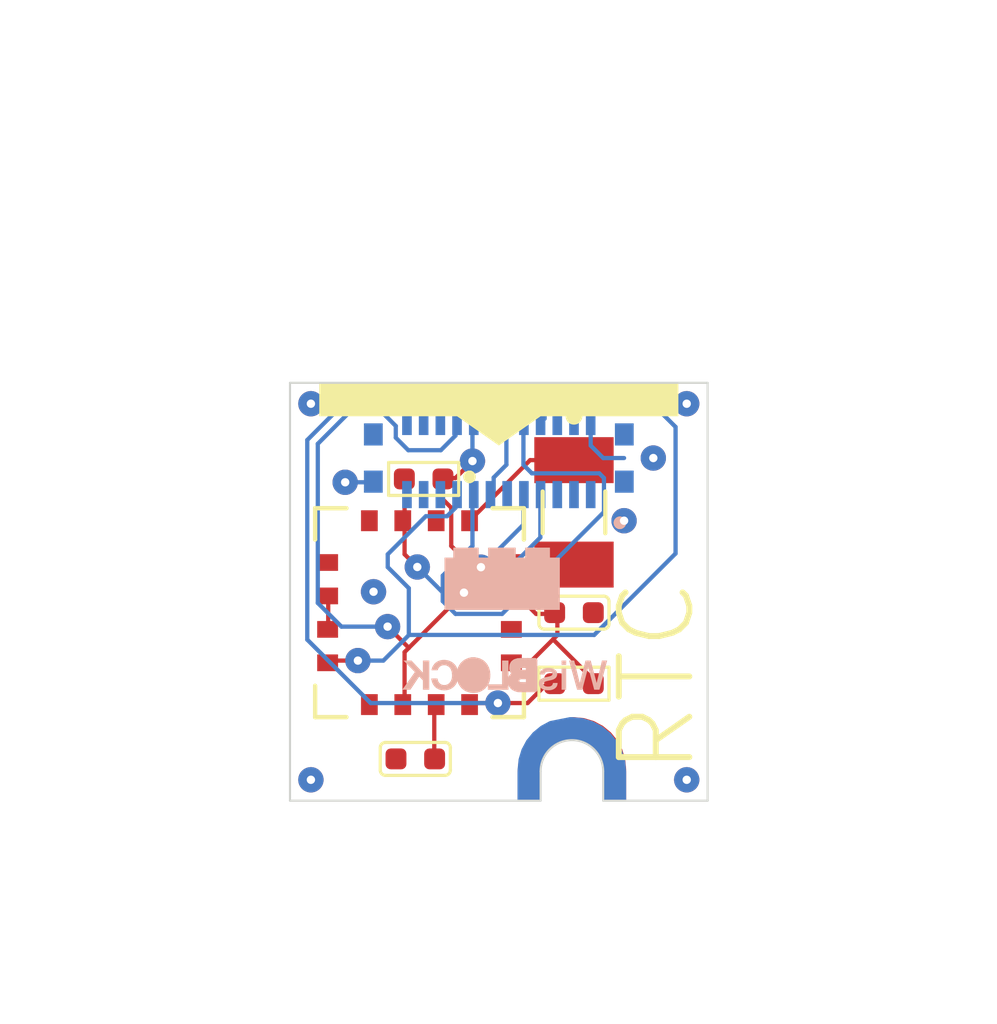
<source format=kicad_pcb>
(kicad_pcb (version 20171130) (host pcbnew 5.1.5+dfsg1-2build2)

  (general
    (thickness 1.6)
    (drawings 9)
    (tracks 146)
    (zones 0)
    (modules 9)
    (nets 27)
  )

  (page A4)
  (layers
    (0 Top signal)
    (31 Bottom signal)
    (32 B.Adhes user)
    (33 F.Adhes user)
    (34 B.Paste user)
    (35 F.Paste user)
    (36 B.SilkS user)
    (37 F.SilkS user)
    (38 B.Mask user)
    (39 F.Mask user)
    (40 Dwgs.User user)
    (41 Cmts.User user)
    (42 Eco1.User user)
    (43 Eco2.User user)
    (44 Edge.Cuts user)
    (45 Margin user)
    (46 B.CrtYd user)
    (47 F.CrtYd user)
    (48 B.Fab user)
    (49 F.Fab user)
  )

  (setup
    (last_trace_width 0.25)
    (trace_clearance 0.1016)
    (zone_clearance 0.508)
    (zone_45_only no)
    (trace_min 0.1016)
    (via_size 0.8)
    (via_drill 0.4)
    (via_min_size 0.4)
    (via_min_drill 0.2)
    (uvia_size 0.3)
    (uvia_drill 0.1)
    (uvias_allowed no)
    (uvia_min_size 0.2)
    (uvia_min_drill 0.1)
    (edge_width 0.05)
    (segment_width 0.2)
    (pcb_text_width 0.3)
    (pcb_text_size 1.5 1.5)
    (mod_edge_width 0.12)
    (mod_text_size 1 1)
    (mod_text_width 0.15)
    (pad_size 1.524 1.524)
    (pad_drill 0.762)
    (pad_to_mask_clearance 0.051)
    (solder_mask_min_width 0.25)
    (aux_axis_origin 0 0)
    (visible_elements FFFFFF7F)
    (pcbplotparams
      (layerselection 0x010fc_ffffffff)
      (usegerberextensions false)
      (usegerberattributes false)
      (usegerberadvancedattributes false)
      (creategerberjobfile false)
      (excludeedgelayer true)
      (linewidth 0.100000)
      (plotframeref false)
      (viasonmask false)
      (mode 1)
      (useauxorigin false)
      (hpglpennumber 1)
      (hpglpenspeed 20)
      (hpglpendiameter 15.000000)
      (psnegative false)
      (psa4output false)
      (plotreference true)
      (plotvalue true)
      (plotinvisibletext false)
      (padsonsilk false)
      (subtractmaskfromsilk false)
      (outputformat 1)
      (mirror false)
      (drillshape 1)
      (scaleselection 1)
      (outputdirectory ""))
  )

  (net 0 "")
  (net 1 GND)
  (net 2 +3V3)
  (net 3 "Net-(J1-Pad24)")
  (net 4 "Net-(J1-Pad22)")
  (net 5 "Net-(J1-Pad21)")
  (net 6 "Net-(J1-Pad20)")
  (net 7 "Net-(J1-Pad19)")
  (net 8 /I2C1_SCL)
  (net 9 /I2C1_SDA)
  (net 10 /IRQ2)
  (net 11 "Net-(J1-Pad14)")
  (net 12 /FOUT)
  (net 13 "Net-(J1-Pad11)")
  (net 14 "Net-(J1-Pad6)")
  (net 15 "Net-(J1-Pad5)")
  (net 16 "Net-(J1-Pad4)")
  (net 17 "Net-(J1-Pad3)")
  (net 18 "Net-(J1-Pad1)")
  (net 19 "Net-(IC1-Pad16)")
  (net 20 "Net-(IC1-Pad14)")
  (net 21 /AF)
  (net 22 "Net-(IC1-Pad9)")
  (net 23 "Net-(IC1-Pad6)")
  (net 24 "Net-(IC1-Pad4)")
  (net 25 "Net-(IC1-Pad2)")
  (net 26 "Net-(IC1-Pad1)")

  (net_class Default "Esta es la clase de red por defecto."
    (clearance 0.1016)
    (trace_width 0.25)
    (via_dia 0.8)
    (via_drill 0.4)
    (uvia_dia 0.3)
    (uvia_drill 0.1)
    (add_net +3V3)
    (add_net /AF)
    (add_net /FOUT)
    (add_net /I2C1_SCL)
    (add_net /I2C1_SDA)
    (add_net /IRQ2)
    (add_net GND)
    (add_net "Net-(IC1-Pad1)")
    (add_net "Net-(IC1-Pad14)")
    (add_net "Net-(IC1-Pad16)")
    (add_net "Net-(IC1-Pad2)")
    (add_net "Net-(IC1-Pad4)")
    (add_net "Net-(IC1-Pad6)")
    (add_net "Net-(IC1-Pad9)")
    (add_net "Net-(J1-Pad1)")
    (add_net "Net-(J1-Pad11)")
    (add_net "Net-(J1-Pad14)")
    (add_net "Net-(J1-Pad19)")
    (add_net "Net-(J1-Pad20)")
    (add_net "Net-(J1-Pad21)")
    (add_net "Net-(J1-Pad22)")
    (add_net "Net-(J1-Pad24)")
    (add_net "Net-(J1-Pad3)")
    (add_net "Net-(J1-Pad4)")
    (add_net "Net-(J1-Pad5)")
    (add_net "Net-(J1-Pad6)")
  )

  (module WisBlock-Sensor-RTC:FBB04004M24S1003K6M (layer Bottom) (tedit 0) (tstamp 5FC05A96)
    (at 148.5011 101.8036 180)
    (descr <b>FBB04004-M24S1003K6M-1</b><br>)
    (path /2CE6A523)
    (fp_text reference J1 (at 0 -0.6 180) (layer B.SilkS) hide
      (effects (font (size 1.2065 1.2065) (thickness 0.1016)) (justify mirror))
    )
    (fp_text value FBB04004-M24S1003K6M (at 0 -0.6) (layer B.Fab)
      (effects (font (size 1.2065 1.2065) (thickness 0.09652)) (justify mirror))
    )
    (fp_poly (pts (xy -4.3 1.8) (xy -4.3 1) (xy -1 1) (xy 0 0.3)
      (xy 1 1) (xy 4.3 1) (xy 4.3 1.8)) (layer F.SilkS) (width 0))
    (fp_arc (start -2.9 -1.55) (end -2.9 -1.6) (angle 180) (layer B.SilkS) (width 0.2))
    (fp_arc (start -2.9 -1.55) (end -2.9 -1.5) (angle 180) (layer B.SilkS) (width 0.2))
    (fp_arc (start -2.9 -1.55) (end -2.9 -1.6) (angle 180) (layer B.SilkS) (width 0.2))
    (fp_line (start -4.3 -1.8) (end -4.3 1.8) (layer B.Fab) (width 0.1))
    (fp_line (start 4.3 -1.8) (end -4.3 -1.8) (layer B.Fab) (width 0.1))
    (fp_line (start 4.3 1.8) (end 4.3 -1.8) (layer B.Fab) (width 0.1))
    (fp_line (start -4.3 1.8) (end 4.3 1.8) (layer B.Fab) (width 0.1))
    (fp_line (start -3.3 0.71) (end -3.3 -0.71) (layer B.Fab) (width 0.2))
    (fp_line (start 3.3 0.71) (end -3.3 0.71) (layer B.Fab) (width 0.2))
    (fp_line (start 3.3 -0.71) (end 3.3 0.71) (layer B.Fab) (width 0.2))
    (fp_line (start -3.3 -0.71) (end 3.3 -0.71) (layer B.Fab) (width 0.2))
    (pad MP4 smd rect (at 3.005 0.565 90) (size 0.53 0.45) (layers Bottom B.Paste B.Mask)
      (net 1 GND) (solder_mask_margin 0.1016))
    (pad MP3 smd rect (at 3.005 -0.565 90) (size 0.53 0.45) (layers Bottom B.Paste B.Mask)
      (net 1 GND) (solder_mask_margin 0.1016))
    (pad MP2 smd rect (at -3.005 0.565 90) (size 0.53 0.45) (layers Bottom B.Paste B.Mask)
      (net 1 GND) (solder_mask_margin 0.1016))
    (pad MP1 smd rect (at -3.005 -0.565 90) (size 0.53 0.45) (layers Bottom B.Paste B.Mask)
      (net 1 GND) (solder_mask_margin 0.1016))
    (pad 24 smd rect (at 2.2 0.875 90) (size 0.65 0.23) (layers Bottom B.Paste B.Mask)
      (net 3 "Net-(J1-Pad24)") (solder_mask_margin 0.1016))
    (pad 23 smd rect (at 2.2 -0.875 90) (size 0.65 0.23) (layers Bottom B.Paste B.Mask)
      (net 1 GND) (solder_mask_margin 0.1016))
    (pad 22 smd rect (at 1.8 0.875 90) (size 0.65 0.23) (layers Bottom B.Paste B.Mask)
      (net 4 "Net-(J1-Pad22)") (solder_mask_margin 0.1016))
    (pad 21 smd rect (at 1.8 -0.875 90) (size 0.65 0.23) (layers Bottom B.Paste B.Mask)
      (net 5 "Net-(J1-Pad21)") (solder_mask_margin 0.1016))
    (pad 20 smd rect (at 1.4 0.875 90) (size 0.65 0.23) (layers Bottom B.Paste B.Mask)
      (net 6 "Net-(J1-Pad20)") (solder_mask_margin 0.1016))
    (pad 19 smd rect (at 1.4 -0.875 90) (size 0.65 0.23) (layers Bottom B.Paste B.Mask)
      (net 7 "Net-(J1-Pad19)") (solder_mask_margin 0.1016))
    (pad 18 smd rect (at 1 0.875 90) (size 0.65 0.23) (layers Bottom B.Paste B.Mask)
      (net 8 /I2C1_SCL) (solder_mask_margin 0.1016))
    (pad 17 smd rect (at 1 -0.875 90) (size 0.65 0.23) (layers Bottom B.Paste B.Mask)
      (net 9 /I2C1_SDA) (solder_mask_margin 0.1016))
    (pad 16 smd rect (at 0.6 0.875 90) (size 0.65 0.23) (layers Bottom B.Paste B.Mask)
      (net 2 +3V3) (solder_mask_margin 0.1016))
    (pad 15 smd rect (at 0.6 -0.875 90) (size 0.65 0.23) (layers Bottom B.Paste B.Mask)
      (net 10 /IRQ2) (solder_mask_margin 0.1016))
    (pad 14 smd rect (at 0.2 0.875 90) (size 0.65 0.23) (layers Bottom B.Paste B.Mask)
      (net 11 "Net-(J1-Pad14)") (solder_mask_margin 0.1016))
    (pad 13 smd rect (at 0.2 -0.875 90) (size 0.65 0.23) (layers Bottom B.Paste B.Mask)
      (net 12 /FOUT) (solder_mask_margin 0.1016))
    (pad 12 smd rect (at -0.2 0.875 90) (size 0.65 0.23) (layers Bottom B.Paste B.Mask)
      (net 12 /FOUT) (solder_mask_margin 0.1016))
    (pad 11 smd rect (at -0.2 -0.875 90) (size 0.65 0.23) (layers Bottom B.Paste B.Mask)
      (net 13 "Net-(J1-Pad11)") (solder_mask_margin 0.1016))
    (pad 10 smd rect (at -0.6 0.875 90) (size 0.65 0.23) (layers Bottom B.Paste B.Mask)
      (net 10 /IRQ2) (solder_mask_margin 0.1016))
    (pad 9 smd rect (at -0.6 -0.875 90) (size 0.65 0.23) (layers Bottom B.Paste B.Mask)
      (net 2 +3V3) (solder_mask_margin 0.1016))
    (pad 8 smd rect (at -1 0.875 90) (size 0.65 0.23) (layers Bottom B.Paste B.Mask)
      (net 9 /I2C1_SDA) (solder_mask_margin 0.1016))
    (pad 7 smd rect (at -1 -0.875 90) (size 0.65 0.23) (layers Bottom B.Paste B.Mask)
      (net 8 /I2C1_SCL) (solder_mask_margin 0.1016))
    (pad 6 smd rect (at -1.4 0.875 90) (size 0.65 0.23) (layers Bottom B.Paste B.Mask)
      (net 14 "Net-(J1-Pad6)") (solder_mask_margin 0.1016))
    (pad 5 smd rect (at -1.4 -0.875 90) (size 0.65 0.23) (layers Bottom B.Paste B.Mask)
      (net 15 "Net-(J1-Pad5)") (solder_mask_margin 0.1016))
    (pad 4 smd rect (at -1.8 0.875 90) (size 0.65 0.23) (layers Bottom B.Paste B.Mask)
      (net 16 "Net-(J1-Pad4)") (solder_mask_margin 0.1016))
    (pad 3 smd rect (at -1.8 -0.875 90) (size 0.65 0.23) (layers Bottom B.Paste B.Mask)
      (net 17 "Net-(J1-Pad3)") (solder_mask_margin 0.1016))
    (pad 2 smd rect (at -2.2 0.875 90) (size 0.65 0.23) (layers Bottom B.Paste B.Mask)
      (net 1 GND) (solder_mask_margin 0.1016))
    (pad 1 smd rect (at -2.2 -0.875 90) (size 0.65 0.23) (layers Bottom B.Paste B.Mask)
      (net 18 "Net-(J1-Pad1)") (solder_mask_margin 0.1016))
    (model /home/kuizi/Descargas/WisBLock/Awesome-WisBlock/WisBlock-Sensor-RTC-Example/WisBlock-Sensor-RTC/WisBlock-Sensor-RTC.pretty/FBB04004-M24S1003K6M.step
      (at (xyz 0 0 0))
      (scale (xyz 1 1 1))
      (rotate (xyz 0 0 0))
    )
  )

  (module WisBlock-Sensor-RTC:RAK_SENSOR_FIX (layer Top) (tedit 0) (tstamp 5FC05AC1)
    (at 150.2511 110.0036)
    (path /BABD3B23)
    (fp_text reference U$1 (at 0 0) (layer F.SilkS) hide
      (effects (font (size 1.27 1.27) (thickness 0.15)))
    )
    (fp_text value RAK_SENSOR_FIX (at 0 0) (layer F.SilkS) hide
      (effects (font (size 1.27 1.27) (thickness 0.15)))
    )
    (fp_poly (pts (xy -1.3 -0.7) (xy -1.3 -0.699999) (xy -1.275021 -0.953616) (xy -1.201043 -1.197487)
      (xy -1.08091 -1.42224) (xy -0.919239 -1.619238) (xy -0.722241 -1.780909) (xy -0.497488 -1.901042)
      (xy 0 -2) (xy 0.05 -2) (xy 0.049998 -2) (xy 0.293861 -1.975982)
      (xy 0.528353 -1.90485) (xy 0.744462 -1.789337) (xy 0.933882 -1.633884) (xy 1.089336 -1.444463)
      (xy 1.204849 -1.228355) (xy 1.275981 -0.993863) (xy 1.3 -0.75) (xy 1.3 -0.7)
      (xy 1.3 0) (xy 0.75 0) (xy 0.75 -0.7) (xy 0.724444 -0.894114)
      (xy 0.649519 -1.075) (xy 0.53033 -1.23033) (xy 0.375 -1.349519) (xy 0.194114 -1.424444)
      (xy 0 -1.45) (xy -0.05 -1.45) (xy -0.049999 -1.45) (xy -0.231172 -1.426148)
      (xy -0.399999 -1.356218) (xy -0.544974 -1.244975) (xy -0.656217 -1.1) (xy -0.726147 -0.931173)
      (xy -0.75 -0.75) (xy -0.75 -0.7) (xy -0.75 0) (xy -1.3 0)) (layer Top) (width 0))
    (fp_poly (pts (xy -1.3 0) (xy -1.3 -0.75) (xy -1.3 -0.749998) (xy -1.275982 -0.993861)
      (xy -1.20485 -1.228353) (xy -1.089337 -1.444462) (xy -0.933884 -1.633882) (xy -0.744463 -1.789336)
      (xy -0.528355 -1.904849) (xy -0.05 -2) (xy 0 -2) (xy -0.000001 -2)
      (xy 0.253617 -1.975021) (xy 0.497488 -1.901044) (xy 0.722241 -1.780911) (xy 0.919239 -1.619239)
      (xy 1.080911 -1.422242) (xy 1.201044 -1.197489) (xy 1.275022 -0.953618) (xy 1.3 -0.7)
      (xy 1.3 0) (xy 0.75 0) (xy 0.75 -0.7) (xy 0.724444 -0.894114)
      (xy 0.649519 -1.075) (xy 0.53033 -1.23033) (xy 0.375 -1.349519) (xy 0.194114 -1.424444)
      (xy 0 -1.45) (xy -0.194114 -1.424444) (xy -0.375 -1.349519) (xy -0.53033 -1.23033)
      (xy -0.649519 -1.075) (xy -0.724444 -0.894114) (xy -0.75 -0.7) (xy -0.75 0)) (layer Bottom) (width 0))
    (fp_poly (pts (xy 0.75 0) (xy 1.3 0) (xy 1.3 -0.7) (xy 0.75 -0.7)) (layer B.Mask) (width 0))
    (fp_poly (pts (xy -1.3 0) (xy -0.75 0) (xy -0.75 -0.7) (xy -1.3 -0.7)) (layer B.Mask) (width 0))
    (fp_arc (start 0 -0.699999) (end -1.025 -0.7) (angle 180) (layer B.Mask) (width 0.55))
    (fp_poly (pts (xy 0.75 0) (xy 1.3 0) (xy 1.3 -0.7) (xy 0.75 -0.7)) (layer F.Mask) (width 0))
    (fp_poly (pts (xy -1.3 0) (xy -0.75 0) (xy -0.75 -0.7) (xy -1.3 -0.7)) (layer F.Mask) (width 0))
    (fp_arc (start 0 -0.699999) (end -1.025 -0.7) (angle 180) (layer F.Mask) (width 0.55))
    (pad P$2 smd rect (at -1.025 -0.35) (size 0.55 0.7) (layers Top F.Mask)
      (net 1 GND) (solder_mask_margin 0.1016) (zone_connect 2))
    (pad P$1 smd rect (at -1.025 -0.35 180) (size 0.55 0.7) (layers Bottom B.Mask)
      (net 1 GND) (solder_mask_margin 0.1016) (zone_connect 2))
  )

  (module WisBlock-Sensor-RTC:CBC34803M5C (layer Top) (tedit 0) (tstamp 5FC05ACE)
    (at 146.6011 105.5036 270)
    (descr "<b>CBC34803-M5C-1</b><br>\n")
    (path /06F92037)
    (fp_text reference IC1 (at -0.4 0 270) (layer F.SilkS) hide
      (effects (font (size 1.2065 1.2065) (thickness 0.1016)) (justify right top))
    )
    (fp_text value CBC34803-M5C (at -0.4 0 90) (layer F.Fab)
      (effects (font (size 1.2065 1.2065) (thickness 0.09652)))
    )
    (fp_arc (start -3.25 -1.2) (end -3.3 -1.2) (angle -180) (layer F.SilkS) (width 0.2))
    (fp_line (start -3.3 -1.2) (end -3.3 -1.2) (layer F.SilkS) (width 0.2))
    (fp_arc (start -3.25 -1.2) (end -3.2 -1.2) (angle -180) (layer F.SilkS) (width 0.2))
    (fp_line (start -3.2 -1.2) (end -3.2 -1.2) (layer F.SilkS) (width 0.2))
    (fp_arc (start -3.25 -1.2) (end -3.3 -1.2) (angle -180) (layer F.SilkS) (width 0.2))
    (fp_line (start -3.3 -1.2) (end -3.3 -1.2) (layer F.SilkS) (width 0.2))
    (fp_line (start -4.3 3.5) (end -4.3 -3.5) (layer F.Fab) (width 0.1))
    (fp_line (start 3.5 3.5) (end -4.3 3.5) (layer F.Fab) (width 0.1))
    (fp_line (start 3.5 -3.5) (end 3.5 3.5) (layer F.Fab) (width 0.1))
    (fp_line (start -4.3 -3.5) (end 3.5 -3.5) (layer F.Fab) (width 0.1))
    (fp_line (start 2.5 -1.75) (end 2.5 -2.5) (layer F.SilkS) (width 0.1))
    (fp_line (start 2.5 -1.75) (end 2.5 -1.75) (layer F.SilkS) (width 0.1))
    (fp_line (start 2.5 -2.5) (end 2.5 -1.75) (layer F.SilkS) (width 0.1))
    (fp_line (start 2.5 -2.5) (end 2.5 -2.5) (layer F.SilkS) (width 0.1))
    (fp_line (start 1.75 -2.5) (end 1.75 -2.5) (layer F.SilkS) (width 0.1))
    (fp_line (start 2.5 -2.5) (end 1.75 -2.5) (layer F.SilkS) (width 0.1))
    (fp_line (start 2.5 -2.5) (end 2.5 -2.5) (layer F.SilkS) (width 0.1))
    (fp_line (start 1.75 -2.5) (end 2.5 -2.5) (layer F.SilkS) (width 0.1))
    (fp_line (start 2.5 1.75) (end 2.5 2.5) (layer F.SilkS) (width 0.1))
    (fp_line (start 2.5 1.75) (end 2.5 1.75) (layer F.SilkS) (width 0.1))
    (fp_line (start 2.5 2.5) (end 2.5 1.75) (layer F.SilkS) (width 0.1))
    (fp_line (start 2.5 2.5) (end 2.5 2.5) (layer F.SilkS) (width 0.1))
    (fp_line (start 1.75 2.5) (end 1.75 2.5) (layer F.SilkS) (width 0.1))
    (fp_line (start 2.5 2.5) (end 1.75 2.5) (layer F.SilkS) (width 0.1))
    (fp_line (start 2.5 2.5) (end 2.5 2.5) (layer F.SilkS) (width 0.1))
    (fp_line (start 1.75 2.5) (end 2.5 2.5) (layer F.SilkS) (width 0.1))
    (fp_line (start -2.5 2.5) (end -2.5 2.5) (layer F.SilkS) (width 0.1))
    (fp_line (start -1.75 2.5) (end -2.5 2.5) (layer F.SilkS) (width 0.1))
    (fp_line (start -1.75 2.5) (end -1.75 2.5) (layer F.SilkS) (width 0.1))
    (fp_line (start -2.5 2.5) (end -1.75 2.5) (layer F.SilkS) (width 0.1))
    (fp_line (start -2.5 2.5) (end -2.5 1.75) (layer F.SilkS) (width 0.1))
    (fp_line (start -2.5 2.5) (end -2.5 2.5) (layer F.SilkS) (width 0.1))
    (fp_line (start -2.5 1.75) (end -2.5 2.5) (layer F.SilkS) (width 0.1))
    (fp_line (start -2.5 1.75) (end -2.5 1.75) (layer F.SilkS) (width 0.1))
    (fp_line (start -2.5 -2.5) (end -2.5 -2.5) (layer F.SilkS) (width 0.1))
    (fp_line (start -1.75 -2.5) (end -2.5 -2.5) (layer F.SilkS) (width 0.1))
    (fp_line (start -1.75 -2.5) (end -1.75 -2.5) (layer F.SilkS) (width 0.1))
    (fp_line (start -2.5 -2.5) (end -1.75 -2.5) (layer F.SilkS) (width 0.1))
    (fp_line (start -2.5 -2.5) (end -2.5 -1.75) (layer F.SilkS) (width 0.1))
    (fp_line (start -2.5 -2.5) (end -2.5 -2.5) (layer F.SilkS) (width 0.1))
    (fp_line (start -2.5 -1.75) (end -2.5 -2.5) (layer F.SilkS) (width 0.1))
    (fp_line (start -2.5 -1.75) (end -2.5 -1.75) (layer F.SilkS) (width 0.1))
    (fp_line (start -2.5 -2.5) (end -2.5 2.5) (layer F.Fab) (width 0.2))
    (fp_line (start 2.5 -2.5) (end -2.5 -2.5) (layer F.Fab) (width 0.2))
    (fp_line (start 2.5 2.5) (end 2.5 -2.5) (layer F.Fab) (width 0.2))
    (fp_line (start -2.5 2.5) (end 2.5 2.5) (layer F.Fab) (width 0.2))
    (pad 16 smd rect (at -1.2 -2.2) (size 0.5 0.4) (layers Top F.Paste F.Mask)
      (net 19 "Net-(IC1-Pad16)") (solder_mask_margin 0.1016))
    (pad 15 smd rect (at -0.4 -2.2) (size 0.5 0.4) (layers Top F.Paste F.Mask)
      (net 2 +3V3) (solder_mask_margin 0.1016))
    (pad 14 smd rect (at 0.4 -2.2) (size 0.5 0.4) (layers Top F.Paste F.Mask)
      (net 20 "Net-(IC1-Pad14)") (solder_mask_margin 0.1016))
    (pad 13 smd rect (at 1.2 -2.2) (size 0.5 0.4) (layers Top F.Paste F.Mask)
      (net 2 +3V3) (solder_mask_margin 0.1016))
    (pad 12 smd rect (at 2.2 -1.2 270) (size 0.5 0.4) (layers Top F.Paste F.Mask)
      (net 12 /FOUT) (solder_mask_margin 0.1016))
    (pad 11 smd rect (at 2.2 -0.4 270) (size 0.5 0.4) (layers Top F.Paste F.Mask)
      (net 21 /AF) (solder_mask_margin 0.1016))
    (pad 10 smd rect (at 2.2 0.4 270) (size 0.5 0.4) (layers Top F.Paste F.Mask)
      (net 8 /I2C1_SCL) (solder_mask_margin 0.1016))
    (pad 9 smd rect (at 2.2 1.2 270) (size 0.5 0.4) (layers Top F.Paste F.Mask)
      (net 22 "Net-(IC1-Pad9)") (solder_mask_margin 0.1016))
    (pad 8 smd rect (at 1.2 2.2) (size 0.5 0.4) (layers Top F.Paste F.Mask)
      (net 9 /I2C1_SDA) (solder_mask_margin 0.1016))
    (pad 7 smd rect (at 0.4 2.2) (size 0.5 0.4) (layers Top F.Paste F.Mask)
      (net 23 "Net-(IC1-Pad6)") (solder_mask_margin 0.1016))
    (pad 6 smd rect (at -0.4 2.2) (size 0.5 0.4) (layers Top F.Paste F.Mask)
      (net 23 "Net-(IC1-Pad6)") (solder_mask_margin 0.1016))
    (pad 5 smd rect (at -1.2 2.2) (size 0.5 0.4) (layers Top F.Paste F.Mask)
      (net 1 GND) (solder_mask_margin 0.1016))
    (pad 4 smd rect (at -2.2 1.2 270) (size 0.5 0.4) (layers Top F.Paste F.Mask)
      (net 24 "Net-(IC1-Pad4)") (solder_mask_margin 0.1016))
    (pad 3 smd rect (at -2.2 0.4 270) (size 0.5 0.4) (layers Top F.Paste F.Mask)
      (net 10 /IRQ2) (solder_mask_margin 0.1016))
    (pad 2 smd rect (at -2.2 -0.4 270) (size 0.5 0.4) (layers Top F.Paste F.Mask)
      (net 25 "Net-(IC1-Pad2)") (solder_mask_margin 0.1016))
    (pad 1 smd rect (at -2.2 -1.2 270) (size 0.5 0.4) (layers Top F.Paste F.Mask)
      (net 26 "Net-(IC1-Pad1)") (solder_mask_margin 0.1016))
    (model /home/kuizi/Descargas/WisBLock/Awesome-WisBlock/WisBlock-Sensor-RTC-Example/WisBlock-Sensor-RTC/WisBlock-Sensor-RTC.pretty/CBC34803-M5C.step
      (at (xyz 0 0 0))
      (scale (xyz 1 1 1))
      (rotate (xyz 0 0 0))
    )
  )

  (module WisBlock-Sensor-RTC:ABS0716632768KHZT (layer Top) (tedit 0) (tstamp 5FC05B0F)
    (at 150.3011 103.1036 270)
    (descr "<b>ABS07_1</b><br>\n")
    (path /28393FC8)
    (fp_text reference Y1 (at 0 0 270) (layer F.SilkS) hide
      (effects (font (size 1.2065 1.2065) (thickness 0.1016)) (justify right top))
    )
    (fp_text value ABS07-166-32.768KHZ-T (at 0 0 90) (layer F.Fab)
      (effects (font (size 1.2065 1.2065) (thickness 0.09652)))
    )
    (fp_arc (start -2.3 0) (end -2.3 0.1) (angle -180) (layer F.SilkS) (width 0.2))
    (fp_line (start -2.3 0.1) (end -2.3 0.1) (layer F.SilkS) (width 0.2))
    (fp_arc (start -2.3 0) (end -2.3 -0.1) (angle -180) (layer F.SilkS) (width 0.2))
    (fp_line (start -2.3 -0.1) (end -2.3 -0.1) (layer F.SilkS) (width 0.2))
    (fp_line (start -0.5 0.75) (end 0.5 0.75) (layer F.SilkS) (width 0.1))
    (fp_line (start -0.5 -0.75) (end 0.5 -0.75) (layer F.SilkS) (width 0.1))
    (fp_line (start -2.8 1.95) (end -2.8 -1.95) (layer F.Fab) (width 0.1))
    (fp_line (start 2.8 1.95) (end -2.8 1.95) (layer F.Fab) (width 0.1))
    (fp_line (start 2.8 -1.95) (end 2.8 1.95) (layer F.Fab) (width 0.1))
    (fp_line (start -2.8 -1.95) (end 2.8 -1.95) (layer F.Fab) (width 0.1))
    (fp_line (start -1.6 0.75) (end -1.6 -0.75) (layer F.Fab) (width 0.2))
    (fp_line (start 1.6 0.75) (end -1.6 0.75) (layer F.Fab) (width 0.2))
    (fp_line (start 1.6 -0.75) (end 1.6 0.75) (layer F.Fab) (width 0.2))
    (fp_line (start -1.6 -0.75) (end 1.6 -0.75) (layer F.Fab) (width 0.2))
    (pad 2 smd rect (at 1.25 0) (size 1.9 1.1) (layers Top F.Paste F.Mask)
      (net 19 "Net-(IC1-Pad16)") (solder_mask_margin 0.1016))
    (pad 1 smd rect (at -1.25 0) (size 1.9 1.1) (layers Top F.Paste F.Mask)
      (net 26 "Net-(IC1-Pad1)") (solder_mask_margin 0.1016))
  )

  (module WisBlock-Sensor-RTC:C0402 (layer Top) (tedit 0) (tstamp 5FC05B22)
    (at 150.3011 105.5036 270)
    (descr <b>0402<b><p>)
    (path /279658A0)
    (fp_text reference C1 (at 0.635 -1.27) (layer F.SilkS) hide
      (effects (font (size 0.84455 0.84455) (thickness 0.09779)) (justify right top))
    )
    (fp_text value 100nf (at -1.524 -1.397) (layer F.Fab)
      (effects (font (size 0.60325 0.60325) (thickness 0.060325)) (justify right top))
    )
    (fp_line (start 0.3945 -0.712) (end 0.3945 0.712) (layer F.SilkS) (width 0.0762))
    (fp_arc (start 0.2675 -0.712) (end 0.2675 -0.839) (angle 90) (layer F.SilkS) (width 0.0762))
    (fp_line (start -0.2675 -0.839) (end 0.2675 -0.839) (layer F.SilkS) (width 0.0762))
    (fp_arc (start -0.2675 -0.712) (end -0.3945 -0.712) (angle 90) (layer F.SilkS) (width 0.0762))
    (fp_line (start -0.3945 0.712) (end -0.3945 -0.712) (layer F.SilkS) (width 0.0762))
    (fp_arc (start -0.2675 0.712) (end -0.2675 0.839) (angle 90) (layer F.SilkS) (width 0.0762))
    (fp_line (start 0.2675 0.839) (end -0.2675 0.839) (layer F.SilkS) (width 0.0762))
    (fp_arc (start 0.2675 0.712) (end 0.3945 0.712) (angle 90) (layer F.SilkS) (width 0.0762))
    (fp_poly (pts (xy 0.254 -0.508) (xy 0.254 0.508) (xy -0.254 0.508) (xy -0.254 -0.508)) (layer F.Fab) (width 0))
    (pad 2 smd roundrect (at 0 0.4625 180) (size 0.5 0.5) (layers Top F.Paste F.Mask) (roundrect_rratio 0.25)
      (net 2 +3V3) (solder_mask_margin 0.1016))
    (pad 1 smd roundrect (at 0 -0.4625 180) (size 0.5 0.5) (layers Top F.Paste F.Mask) (roundrect_rratio 0.25)
      (net 1 GND) (solder_mask_margin 0.1016))
    (model /usr/share/kicad/modules/packages3d/Capacitor_SMD.3dshapes/C_0402_1005Metric.wrl
      (at (xyz 0 0 0))
      (scale (xyz 1 1 1))
      (rotate (xyz 0 0 90))
    )
  )

  (module WisBlock-Sensor-RTC:C0402 (layer Top) (tedit 0) (tstamp 5FC05B30)
    (at 146.5011 109.0036 90)
    (descr <b>0402<b><p>)
    (path /52ACE78F)
    (fp_text reference C2 (at 0.635 -1.27 180) (layer F.SilkS) hide
      (effects (font (size 0.84455 0.84455) (thickness 0.09779)) (justify right top))
    )
    (fp_text value 47PF (at -1.524 -1.397) (layer F.Fab)
      (effects (font (size 0.60325 0.60325) (thickness 0.060325)) (justify right top))
    )
    (fp_line (start 0.3945 -0.712) (end 0.3945 0.712) (layer F.SilkS) (width 0.0762))
    (fp_arc (start 0.2675 -0.712) (end 0.2675 -0.839) (angle 90) (layer F.SilkS) (width 0.0762))
    (fp_line (start -0.2675 -0.839) (end 0.2675 -0.839) (layer F.SilkS) (width 0.0762))
    (fp_arc (start -0.2675 -0.712) (end -0.3945 -0.712) (angle 90) (layer F.SilkS) (width 0.0762))
    (fp_line (start -0.3945 0.712) (end -0.3945 -0.712) (layer F.SilkS) (width 0.0762))
    (fp_arc (start -0.2675 0.712) (end -0.2675 0.839) (angle 90) (layer F.SilkS) (width 0.0762))
    (fp_line (start 0.2675 0.839) (end -0.2675 0.839) (layer F.SilkS) (width 0.0762))
    (fp_arc (start 0.2675 0.712) (end 0.3945 0.712) (angle 90) (layer F.SilkS) (width 0.0762))
    (fp_poly (pts (xy 0.254 -0.508) (xy 0.254 0.508) (xy -0.254 0.508) (xy -0.254 -0.508)) (layer F.Fab) (width 0))
    (pad 2 smd roundrect (at 0 0.4625) (size 0.5 0.5) (layers Top F.Paste F.Mask) (roundrect_rratio 0.25)
      (net 21 /AF) (solder_mask_margin 0.1016))
    (pad 1 smd roundrect (at 0 -0.4625) (size 0.5 0.5) (layers Top F.Paste F.Mask) (roundrect_rratio 0.25)
      (net 1 GND) (solder_mask_margin 0.1016))
    (model /usr/share/kicad/modules/packages3d/Capacitor_SMD.3dshapes/C_0402_1005Metric.wrl
      (at (xyz 0 0 0))
      (scale (xyz 1 1 1))
      (rotate (xyz 0 0 90))
    )
  )

  (module WisBlock-Sensor-RTC:R0402 (layer Top) (tedit 0) (tstamp 5FC05B3E)
    (at 146.7011 102.3036 90)
    (path /74201FF1)
    (fp_text reference R1 (at 0.635 -1.27 180) (layer F.SilkS) hide
      (effects (font (size 0.84455 0.84455) (thickness 0.09779)) (justify right top))
    )
    (fp_text value "10K 1/16W" (at -1.524 -1.27) (layer F.Fab)
      (effects (font (size 0.84455 0.84455) (thickness 0.0929)) (justify right top))
    )
    (fp_line (start -0.3945 -0.839) (end 0.3945 -0.839) (layer F.SilkS) (width 0.0762))
    (fp_line (start -0.3945 0.839) (end -0.3945 -0.839) (layer F.SilkS) (width 0.0762))
    (fp_line (start 0.3945 0.839) (end -0.3945 0.839) (layer F.SilkS) (width 0.0762))
    (fp_line (start 0.3945 -0.839) (end 0.3945 0.839) (layer F.SilkS) (width 0.0762))
    (pad 2 smd roundrect (at 0 0.4625) (size 0.5 0.5) (layers Top F.Paste F.Mask) (roundrect_rratio 0.25)
      (net 2 +3V3) (solder_mask_margin 0.1016))
    (pad 1 smd roundrect (at 0 -0.4625) (size 0.5 0.5) (layers Top F.Paste F.Mask) (roundrect_rratio 0.25)
      (net 10 /IRQ2) (solder_mask_margin 0.1016))
  )

  (module WisBlock-Sensor-RTC:R0402 (layer Top) (tedit 0) (tstamp 5FC05B47)
    (at 150.3011 107.2036 90)
    (path /4C262D64)
    (fp_text reference R2 (at 0.635 -1.27 180) (layer F.SilkS) hide
      (effects (font (size 0.84455 0.84455) (thickness 0.09779)) (justify right top))
    )
    (fp_text value "10K 1/16W" (at -1.524 -1.27) (layer F.Fab)
      (effects (font (size 0.84455 0.84455) (thickness 0.0929)) (justify right top))
    )
    (fp_line (start -0.3945 -0.839) (end 0.3945 -0.839) (layer F.SilkS) (width 0.0762))
    (fp_line (start -0.3945 0.839) (end -0.3945 -0.839) (layer F.SilkS) (width 0.0762))
    (fp_line (start 0.3945 0.839) (end -0.3945 0.839) (layer F.SilkS) (width 0.0762))
    (fp_line (start 0.3945 -0.839) (end 0.3945 0.839) (layer F.SilkS) (width 0.0762))
    (pad 2 smd roundrect (at 0 0.4625) (size 0.5 0.5) (layers Top F.Paste F.Mask) (roundrect_rratio 0.25)
      (net 2 +3V3) (solder_mask_margin 0.1016))
    (pad 1 smd roundrect (at 0 -0.4625) (size 0.5 0.5) (layers Top F.Paste F.Mask) (roundrect_rratio 0.25)
      (net 12 /FOUT) (solder_mask_margin 0.1016))
    (model /usr/share/kicad/modules/packages3d/Resistor_SMD.3dshapes/R_0402_1005Metric.wrl
      (at (xyz 0 0 0))
      (scale (xyz 1 1 1))
      (rotate (xyz 0 0 90))
    )
  )

  (module WisBlock-Sensor-RTC:WISBLOCK_LOGO (layer Top) (tedit 0) (tstamp 5FC05B50)
    (at 146.0011 107.5036)
    (path /CB8F9854)
    (fp_text reference U$12 (at 0 0) (layer F.SilkS) hide
      (effects (font (size 1.27 1.27) (thickness 0.15)))
    )
    (fp_text value RAK_LOGO (at 0 0) (layer F.SilkS) hide
      (effects (font (size 1.27 1.27) (thickness 0.15)))
    )
    (fp_poly (pts (xy 3.208 -0.735) (xy 3.024 -0.735) (xy 2.959 -0.67) (xy 2.959 -0.658)
      (xy 3.044 -0.573) (xy 3.209 -0.573) (xy 3.209 -0.572) (xy 3.209 -0.854)
      (xy 3.208 -0.854) (xy 3.363 -0.854) (xy 3.363 -0.156) (xy 3.21 -0.156)
      (xy 3.21 -0.466) (xy 3.004 -0.466) (xy 3.004 -0.468) (xy 2.931 -0.395)
      (xy 2.931 -0.368) (xy 3.027 -0.272) (xy 3.209 -0.272) (xy 3.209 -0.155)
      (xy 2.98 -0.155) (xy 2.878 -0.182331) (xy 2.803331 -0.257) (xy 2.776 -0.359)
      (xy 2.776 -0.408) (xy 2.904 -0.536) (xy 2.9 -0.536) (xy 2.811 -0.625)
      (xy 2.811 -0.719) (xy 2.946 -0.854) (xy 3.209 -0.854) (xy 3.209 -0.735)
      (xy 3.206 -0.735)) (layer B.SilkS) (width 0))
    (fp_poly (pts (xy 1.895 -0.741) (xy 2.083 -0.553) (xy 2.083 -0.466) (xy 1.884 -0.267)
      (xy 1.878 -0.267) (xy 1.704 -0.441) (xy 1.704 -0.549) (xy 1.897 -0.742)
      (xy 1.899 -0.742) (xy 1.899 -0.871) (xy 2.027964 -0.845347) (xy 2.137295 -0.772295)
      (xy 2.236 -0.534) (xy 2.236 -0.475) (xy 2.2105 -0.346801) (xy 2.137881 -0.238119)
      (xy 1.901 -0.14) (xy 1.87 -0.14) (xy 1.7105 -0.182738) (xy 1.593738 -0.2995)
      (xy 1.551 -0.459) (xy 1.551 -0.542) (xy 1.59481 -0.7055) (xy 1.7145 -0.82519)
      (xy 1.878 -0.869) (xy 1.897 -0.869) (xy 1.897 -0.742)) (layer B.SilkS) (width 0))
    (fp_arc (start 1.91299 -0.481014) (end 2.081681 -0.4585) (angle -5.88) (layer B.SilkS) (width 0.12))
    (fp_arc (start 1.760102 -0.501431) (end 2.059109 -0.375531) (angle -15.23) (layer B.SilkS) (width 0.12))
    (fp_arc (start 1.890341 -0.446612) (end 2.017068 -0.314418) (angle -23.37) (layer B.SilkS) (width 0.12))
    (fp_arc (start 1.908079 -0.428125) (end 1.957368 -0.278531) (angle -25.55) (layer B.SilkS) (width 0.12))
    (fp_arc (start 1.893399 -0.472599) (end 1.8835 -0.2685) (angle -21.02) (layer B.SilkS) (width 0.12))
    (fp_arc (start 1.894382 -0.491892) (end 1.850868 -0.272509) (angle -8.43) (layer B.SilkS) (width 0.12))
    (fp_arc (start 1.883132 -0.435389) (end 1.821618 -0.281159) (angle -10.54) (layer B.SilkS) (width 0.12))
    (fp_arc (start 1.878604 -0.423859) (end 1.795459 -0.29464) (angle -10.99) (layer B.SilkS) (width 0.12))
    (fp_arc (start 1.882686 -0.43026) (end 1.772 -0.313) (angle -10.6) (layer B.SilkS) (width 0.12))
    (fp_arc (start 1.921425 -0.471373) (end 1.760418 -0.32479) (angle -4.35) (layer B.SilkS) (width 0.12))
    (fp_arc (start 1.88689 -0.439875) (end 1.75049 -0.33675) (angle -5.21) (layer B.SilkS) (width 0.12))
    (fp_arc (start 1.884112 -0.437718) (end 1.741781 -0.34945) (angle -5.27) (layer B.SilkS) (width 0.12))
    (fp_arc (start 1.910477 -0.454214) (end 1.733859 -0.36344) (angle -4.64) (layer B.SilkS) (width 0.12))
    (fp_arc (start 1.96738 -0.48333) (end 1.719431 -0.39715) (angle -8.01) (layer B.SilkS) (width 0.12))
    (fp_arc (start 1.968281 -0.483751) (end 1.709809 -0.432581) (angle -7.99) (layer B.SilkS) (width 0.12))
    (fp_arc (start 2.004652 -0.490819) (end 1.70475 -0.47125) (angle -7.44) (layer B.SilkS) (width 0.12))
    (fp_arc (start 2.166934 -0.501497) (end 1.70395 -0.514718) (angle -5.38) (layer B.SilkS) (width 0.12))
    (fp_arc (start 2.119261 -0.502841) (end 1.70895 -0.568181) (angle -7.41) (layer B.SilkS) (width 0.12))
    (fp_arc (start 1.982923 -0.524579) (end 1.720731 -0.615231) (angle -10.03) (layer B.SilkS) (width 0.12))
    (fp_arc (start 1.938486 -0.539883) (end 1.73925 -0.65564) (angle -11.07) (layer B.SilkS) (width 0.12))
    (fp_arc (start 1.898372 -0.563211) (end 1.76434 -0.6893) (angle -13.1) (layer B.SilkS) (width 0.12))
    (fp_arc (start 1.889386 -0.571735) (end 1.785268 -0.708181) (angle -9.42) (layer B.SilkS) (width 0.12))
    (fp_arc (start 1.878694 -0.585569) (end 1.808481 -0.7228) (angle -10.21) (layer B.SilkS) (width 0.12))
    (fp_arc (start 1.880597 -0.58196) (end 1.834218 -0.73324) (angle -10.07) (layer B.SilkS) (width 0.12))
    (fp_arc (start 1.890695 -0.549084) (end 1.86269 -0.739659) (angle -8.69) (layer B.SilkS) (width 0.12))
    (fp_arc (start 1.894361 -0.524036) (end 1.892931 -0.741968) (angle -7.98) (layer B.SilkS) (width 0.12))
    (fp_arc (start 1.894211 -0.54138) (end 1.922559 -0.739959) (angle -8.49) (layer B.SilkS) (width 0.12))
    (fp_arc (start 1.895583 -0.550607) (end 1.95089 -0.7337) (angle -8.7) (layer B.SilkS) (width 0.12))
    (fp_arc (start 1.900602 -0.567169) (end 1.97725 -0.723331) (angle -9.34) (layer B.SilkS) (width 0.12))
    (fp_arc (start 1.908362 -0.583066) (end 2.016181 -0.696181) (angle -17.47) (layer B.SilkS) (width 0.12))
    (fp_arc (start 1.891755 -0.565629) (end 2.04685 -0.657668) (angle -15.69) (layer B.SilkS) (width 0.12))
    (fp_arc (start 1.853474 -0.542885) (end 2.06875 -0.60789) (angle -13.89) (layer B.SilkS) (width 0.12))
    (fp_arc (start 1.710209 -0.499649) (end 2.081681 -0.547359) (angle -9.48) (layer B.SilkS) (width 0.12))
    (fp_arc (start 1.898725 -0.523838) (end 2.0831 -0.52949) (angle -5.57) (layer B.SilkS) (width 0.12))
    (fp_arc (start 1.204913 -0.502684) (end 2.083509 -0.502659) (angle -1.75) (layer B.SilkS) (width 0.12))
    (fp_arc (start 1.197141 -0.502823) (end 2.0831 -0.4759) (angle -1.73) (layer B.SilkS) (width 0.12))
    (fp_poly (pts (xy 4.114 -0.6625) (xy 4.114 -0.1555) (xy 4.003 -0.1555) (xy 4.003 -0.6625)) (layer B.SilkS) (width 0))
    (fp_poly (pts (xy 3.79789 -0.3175) (xy 3.90885 -0.3175) (xy 3.90779 -0.305881) (xy 3.899 -0.26205)
      (xy 3.891499 -0.242949) (xy 3.881431 -0.225068) (xy 3.85469 -0.194781) (xy 3.818818 -0.17074)
      (xy 3.789559 -0.1582) (xy 3.774067 -0.153369) (xy 3.75829 -0.149568) (xy 3.74105 -0.146552)
      (xy 3.723659 -0.144581) (xy 3.703972 -0.143358) (xy 3.68425 -0.142968) (xy 3.664645 -0.14344)
      (xy 3.645081 -0.144781) (xy 3.627111 -0.146919) (xy 3.60929 -0.150068) (xy 3.576668 -0.158881)
      (xy 3.561611 -0.164543) (xy 3.54699 -0.17125) (xy 3.521618 -0.186018) (xy 3.501131 -0.202418)
      (xy 3.492559 -0.211374) (xy 3.48485 -0.221081) (xy 3.472081 -0.2426) (xy 3.465531 -0.25799)
      (xy 3.463402 -0.26444) (xy 3.4618 -0.27104) (xy 3.460617 -0.278287) (xy 3.45995 -0.2856)
      (xy 3.45935 -0.30625) (xy 3.459459 -0.316573) (xy 3.45985 -0.32689) (xy 3.460504 -0.334159)
      (xy 3.4617 -0.341359) (xy 3.463306 -0.347771) (xy 3.465468 -0.354018) (xy 3.472059 -0.368418)
      (xy 3.476942 -0.376913) (xy 3.4825 -0.384981) (xy 3.4954 -0.399481) (xy 3.511181 -0.41224)
      (xy 3.5302 -0.42364) (xy 3.553059 -0.434159) (xy 3.577318 -0.4427) (xy 3.608259 -0.450968)
      (xy 3.6535 -0.460959) (xy 3.70519 -0.47255) (xy 3.736859 -0.48205) (xy 3.74767 -0.486524)
      (xy 3.758031 -0.491959) (xy 3.766192 -0.497576) (xy 3.773431 -0.50434) (xy 3.7793 -0.511718)
      (xy 3.783181 -0.51899) (xy 3.78535 -0.526781) (xy 3.786059 -0.53575) (xy 3.782968 -0.551759)
      (xy 3.77424 -0.564918) (xy 3.7593 -0.575368) (xy 3.73779 -0.58335) (xy 3.73029 -0.58505)
      (xy 3.726532 -0.585618) (xy 3.72275 -0.586) (xy 3.717649 -0.586311) (xy 3.71254 -0.586468)
      (xy 3.703645 -0.586582) (xy 3.69475 -0.58664) (xy 3.686179 -0.586643) (xy 3.677609 -0.58659)
      (xy 3.6672 -0.5862) (xy 3.65964 -0.58539) (xy 3.656175 -0.584769) (xy 3.65275 -0.583959)
      (xy 3.646995 -0.582277) (xy 3.641331 -0.580309) (xy 3.631218 -0.575759) (xy 3.626607 -0.573124)
      (xy 3.622181 -0.57019) (xy 3.617973 -0.566982) (xy 3.61399 -0.5635) (xy 3.610392 -0.559939)
      (xy 3.607 -0.556181) (xy 3.604191 -0.552619) (xy 3.601668 -0.54885) (xy 3.599363 -0.544759)
      (xy 3.597368 -0.540509) (xy 3.595316 -0.535364) (xy 3.5935 -0.530131) (xy 3.59024 -0.52)
      (xy 3.475 -0.52) (xy 3.475009 -0.523381) (xy 3.4752 -0.525481) (xy 3.47609 -0.53044)
      (xy 3.476659 -0.533393) (xy 3.477259 -0.53634) (xy 3.47864 -0.54269) (xy 3.498118 -0.591209)
      (xy 3.53134 -0.629631) (xy 3.553614 -0.645053) (xy 3.57805 -0.65675) (xy 3.607095 -0.66609)
      (xy 3.637 -0.672131) (xy 3.65175 -0.67369) (xy 3.673359 -0.674868) (xy 3.684062 -0.67525)
      (xy 3.694768 -0.6755) (xy 3.701513 -0.67546) (xy 3.70825 -0.675109) (xy 3.731186 -0.672765)
      (xy 3.753968 -0.669218) (xy 3.774042 -0.664772) (xy 3.793731 -0.65885) (xy 3.8278 -0.643959)
      (xy 3.842642 -0.634941) (xy 3.85649 -0.624459) (xy 3.86839 -0.612509) (xy 3.879059 -0.597681)
      (xy 3.883689 -0.589581) (xy 3.88775 -0.581181) (xy 3.89106 -0.572831) (xy 3.893718 -0.56425)
      (xy 3.89619 -0.55019) (xy 3.8971 -0.531309) (xy 3.89655 -0.512068) (xy 3.89574 -0.504369)
      (xy 3.894368 -0.49675) (xy 3.879618 -0.459681) (xy 3.853768 -0.429568) (xy 3.815531 -0.405959)
      (xy 3.790071 -0.396011) (xy 3.7639 -0.388118) (xy 3.755468 -0.38604) (xy 3.743331 -0.383231)
      (xy 3.729959 -0.38024) (xy 3.71725 -0.377509) (xy 3.701814 -0.374213) (xy 3.6864 -0.370818)
      (xy 3.660581 -0.36475) (xy 3.650224 -0.362134) (xy 3.6399 -0.35939) (xy 3.62575 -0.35499)
      (xy 3.612868 -0.349846) (xy 3.600468 -0.343631) (xy 3.59122 -0.337463) (xy 3.58309 -0.329881)
      (xy 3.577233 -0.322043) (xy 3.573009 -0.313218) (xy 3.570383 -0.303407) (xy 3.5695 -0.29329)
      (xy 3.570841 -0.281712) (xy 3.5748 -0.27075) (xy 3.5748 -0.270749) (xy 3.581197 -0.260869)
      (xy 3.589631 -0.252659) (xy 3.601436 -0.245049) (xy 3.614381 -0.2396) (xy 3.648681 -0.231859)
      (xy 3.666018 -0.23059) (xy 3.689159 -0.230868) (xy 3.700392 -0.231427) (xy 3.711609 -0.232259)
      (xy 3.725518 -0.234759) (xy 3.738783 -0.23918) (xy 3.7515 -0.24499) (xy 3.762034 -0.251565)
      (xy 3.77145 -0.259659) (xy 3.779339 -0.268905) (xy 3.78569 -0.279268) (xy 3.794759 -0.30409)) (layer B.SilkS) (width 0))
    (fp_poly (pts (xy 2.731 -0.8545) (xy 2.731 -0.1555) (xy 2.236 -0.1555) (xy 2.236 -0.2845)
      (xy 2.578 -0.2845) (xy 2.578 -0.8545)) (layer B.SilkS) (width 0))
    (fp_poly (pts (xy 1.52339 -0.600181) (xy 1.53374 -0.507368) (xy 1.524809 -0.4135) (xy 1.5114 -0.36365)
      (xy 1.491731 -0.31719) (xy 1.4797 -0.295575) (xy 1.466131 -0.27489) (xy 1.451294 -0.255582)
      (xy 1.435031 -0.237459) (xy 1.41574 -0.219113) (xy 1.395018 -0.2024) (xy 1.350618 -0.175068)
      (xy 1.326535 -0.164252) (xy 1.301618 -0.155531) (xy 1.24795 -0.143609) (xy 1.215807 -0.140254)
      (xy 1.1835 -0.139418) (xy 1.12165 -0.145668) (xy 1.06455 -0.162068) (xy 1.038711 -0.173748)
      (xy 1.01425 -0.18809) (xy 1.007519 -0.192648) (xy 1.0009 -0.197368) (xy 0.994708 -0.202032)
      (xy 0.98865 -0.206868) (xy 0.977381 -0.2167) (xy 0.972094 -0.221748) (xy 0.966968 -0.226959)
      (xy 0.93575 -0.26619) (xy 0.92259 -0.288129) (xy 0.911331 -0.3111) (xy 0.901618 -0.335924)
      (xy 0.89394 -0.36145) (xy 0.88365 -0.416881) (xy 0.88265 -0.4255) (xy 1.03109 -0.4255)
      (xy 1.03295 -0.41395) (xy 1.037709 -0.39215) (xy 1.041124 -0.380835) (xy 1.045059 -0.36969)
      (xy 1.0542 -0.348668) (xy 1.064309 -0.331268) (xy 1.09235 -0.300781) (xy 1.12799 -0.279731)
      (xy 1.169831 -0.2692) (xy 1.21604 -0.269559) (xy 1.238167 -0.273639) (xy 1.25964 -0.280359)
      (xy 1.279322 -0.289423) (xy 1.2976 -0.301059) (xy 1.329031 -0.331418) (xy 1.3534 -0.37065)
      (xy 1.359867 -0.385496) (xy 1.36539 -0.400718) (xy 1.3737 -0.43245) (xy 1.378518 -0.466859)
      (xy 1.38005 -0.505) (xy 1.37155 -0.585959) (xy 1.346681 -0.652568) (xy 1.306581 -0.7018)
      (xy 1.253431 -0.73205) (xy 1.238009 -0.736618) (xy 1.231271 -0.738169) (xy 1.224459 -0.73935)
      (xy 1.209918 -0.740718) (xy 1.200586 -0.741017) (xy 1.19125 -0.74109) (xy 1.176609 -0.74089)
      (xy 1.167659 -0.74034) (xy 1.16392 -0.739874) (xy 1.160209 -0.739218) (xy 1.155798 -0.73825)
      (xy 1.151418 -0.73715) (xy 1.140878 -0.734032) (xy 1.130518 -0.730359) (xy 1.12116 -0.726389)
      (xy 1.11209 -0.7218) (xy 1.0954 -0.711081) (xy 1.07969 -0.69779) (xy 1.077023 -0.695181)
      (xy 1.074409 -0.692518) (xy 1.07164 -0.689597) (xy 1.068918 -0.686631) (xy 1.066445 -0.683844)
      (xy 1.064018 -0.681018) (xy 1.060668 -0.676709) (xy 1.057265 -0.671665) (xy 1.054131 -0.66645)
      (xy 1.05092 -0.660519) (xy 1.04794 -0.654468) (xy 1.045271 -0.648459) (xy 1.04284 -0.64235)
      (xy 1.041044 -0.637072) (xy 1.03959 -0.63169) (xy 1.03695 -0.6205) (xy 0.889 -0.6205)
      (xy 0.889 -0.62369) (xy 0.889168 -0.625768) (xy 0.889635 -0.628635) (xy 0.890118 -0.6315)
      (xy 0.891359 -0.638331) (xy 0.892077 -0.642072) (xy 0.892818 -0.645809) (xy 0.903067 -0.683412)
      (xy 0.91825 -0.719309) (xy 0.961681 -0.780809) (xy 0.989984 -0.806435) (xy 1.0217 -0.82769)
      (xy 1.05778 -0.845348) (xy 1.095781 -0.858368) (xy 1.115781 -0.863109) (xy 1.126208 -0.865043)
      (xy 1.13669 -0.86665) (xy 1.147611 -0.867974) (xy 1.158568 -0.868968) (xy 1.170027 -0.869682)
      (xy 1.1815 -0.87009) (xy 1.1868 -0.870199) (xy 1.1921 -0.870281) (xy 1.20224 -0.87034)
      (xy 1.206545 -0.870331) (xy 1.21085 -0.8703) (xy 1.21525 -0.870109) (xy 1.2857 -0.858718)
      (xy 1.348231 -0.836018) (xy 1.40284 -0.8018) (xy 1.449759 -0.75625) (xy 1.474617 -0.722243)
      (xy 1.494781 -0.685259)) (layer B.SilkS) (width 0))
    (fp_poly (pts (xy 0.682 -0.1555) (xy 0.835 -0.1555) (xy 0.835 -0.8545) (xy 0.682009 -0.8545)
      (xy 0.681631 -0.7096) (xy 0.68125 -0.56469) (xy 0.54475 -0.709531) (xy 0.40825 -0.854368)
      (xy 0.312409 -0.85444) (xy 0.216568 -0.8545) (xy 0.235859 -0.834631) (xy 0.24859 -0.821618)
      (xy 0.28365 -0.7861) (xy 0.325509 -0.743759) (xy 0.371459 -0.69734) (xy 0.393778 -0.674793)
      (xy 0.416081 -0.652231) (xy 0.453718 -0.61404) (xy 0.487631 -0.579559) (xy 0.488181 -0.578659)
      (xy 0.488181 -0.57866) (xy 0.48805 -0.5777) (xy 0.44494 -0.51634) (xy 0.397168 -0.448559)
      (xy 0.368775 -0.408409) (xy 0.34035 -0.368281) (xy 0.283418 -0.287968) (xy 0.235309 -0.22005)
      (xy 0.191918 -0.15879) (xy 0.191423 -0.158068) (xy 0.19095 -0.157331) (xy 0.190949 -0.15733)
      (xy 0.191509 -0.1563) (xy 0.209959 -0.15589) (xy 0.223508 -0.155695) (xy 0.237059 -0.155609)
      (xy 0.261674 -0.155576) (xy 0.28629 -0.155581) (xy 0.38275 -0.15565) (xy 0.4876 -0.312331)
      (xy 0.527881 -0.3724) (xy 0.56194 -0.422981) (xy 0.592809 -0.468668) (xy 0.593079 -0.468911)
      (xy 0.593431 -0.469) (xy 0.593793 -0.468925) (xy 0.5941 -0.468718) (xy 0.606981 -0.455818)
      (xy 0.614173 -0.448587) (xy 0.62134 -0.441331) (xy 0.6382 -0.424131) (xy 0.682 -0.37925)) (layer B.SilkS) (width 0))
    (fp_poly (pts (xy 4.114 -0.8545) (xy 4.114 -0.7495) (xy 4.003 -0.7495) (xy 4.003 -0.8545)) (layer B.SilkS) (width 0))
    (fp_poly (pts (xy 5.094881 -0.853818) (xy 5.09494 -0.854131) (xy 5.09494 -0.854129) (xy 5.094809 -0.854281)
      (xy 5.07674 -0.85439) (xy 5.056709 -0.854468) (xy 5.044805 -0.854491) (xy 5.0329 -0.8545)
      (xy 4.9708 -0.8545) (xy 4.969118 -0.847381) (xy 4.951433 -0.772299) (xy 4.93369 -0.697231)
      (xy 4.912269 -0.606895) (xy 4.890809 -0.516568) (xy 4.84455 -0.322059) (xy 4.844306 -0.321434)
      (xy 4.8439 -0.3209) (xy 4.843509 -0.3206) (xy 4.8431 -0.32045) (xy 4.843099 -0.32045)
      (xy 4.842718 -0.320459) (xy 4.842567 -0.320517) (xy 4.84244 -0.320618) (xy 4.842118 -0.321218)
      (xy 4.821381 -0.399281) (xy 4.798559 -0.485359) (xy 4.771559 -0.5875) (xy 4.70124 -0.85375)
      (xy 4.6387 -0.85414) (xy 4.57615 -0.854531) (xy 4.574809 -0.84964) (xy 4.573768 -0.8457)
      (xy 4.554131 -0.7693) (xy 4.53214 -0.6837) (xy 4.50629 -0.583) (xy 4.493392 -0.532793)
      (xy 4.480481 -0.48259) (xy 4.469584 -0.440272) (xy 4.458668 -0.397959) (xy 4.438859 -0.321209)
      (xy 4.438739 -0.320895) (xy 4.43855 -0.320618) (xy 4.438268 -0.320459) (xy 4.43789 -0.320459)
      (xy 4.437468 -0.320618) (xy 4.437068 -0.320931) (xy 4.437067 -0.320932) (xy 4.436559 -0.321831)
      (xy 4.417509 -0.39905) (xy 4.396531 -0.484381) (xy 4.37179 -0.58555) (xy 4.347059 -0.68685)
      (xy 4.336588 -0.729705) (xy 4.326109 -0.772559) (xy 4.307218 -0.849718) (xy 4.306618 -0.851881)
      (xy 4.304668 -0.853481) (xy 4.300669 -0.853861) (xy 4.296659 -0.8541) (xy 4.289326 -0.854341)
      (xy 4.28199 -0.85444) (xy 4.263195 -0.854486) (xy 4.2444 -0.8545) (xy 4.229859 -0.85448)
      (xy 4.215318 -0.854418) (xy 4.197081 -0.854109) (xy 4.18385 -0.8537) (xy 4.183 -0.852818)
      (xy 4.183065 -0.851845) (xy 4.183259 -0.85089) (xy 4.274468 -0.51985) (xy 4.36024 -0.208618)
      (xy 4.372959 -0.163381) (xy 4.375209 -0.1555) (xy 4.437359 -0.1555) (xy 4.449275 -0.15551)
      (xy 4.46119 -0.15554) (xy 4.47122 -0.15559) (xy 4.48125 -0.155668) (xy 4.499268 -0.15584)
      (xy 4.499267 -0.15584) (xy 4.4995 -0.156068) (xy 4.499859 -0.15885) (xy 4.569331 -0.423081)
      (xy 4.63899 -0.687981) (xy 4.639668 -0.689168) (xy 4.639847 -0.689317) (xy 4.64005 -0.689431)
      (xy 4.64049 -0.689518) (xy 4.640931 -0.68945) (xy 4.64093 -0.68945) (xy 4.64129 -0.689209)
      (xy 4.641645 -0.688747) (xy 4.641868 -0.688209) (xy 4.702959 -0.46075) (xy 4.729537 -0.361737)
      (xy 4.75609 -0.262718) (xy 4.769655 -0.211925) (xy 4.783131 -0.161109) (xy 4.784618 -0.155468)
      (xy 4.847781 -0.155859) (xy 4.91094 -0.15625) (xy 5.002909 -0.505) (xy 5.038181 -0.63875)
      (xy 5.067881 -0.751409)) (layer B.SilkS) (width 0))
    (fp_poly (pts (xy 3.961 -3.317481) (xy 3.961 -2.0665) (xy 1.1995 -2.0665) (xy 1.1995 -3.3175)
      (xy 1.4095 -3.3175) (xy 1.4095 -3.556) (xy 2.018481 -3.556) (xy 2.018868 -3.437131)
      (xy 2.01925 -3.31825) (xy 2.131368 -3.317868) (xy 2.2435 -3.317481) (xy 2.2435 -3.556)
      (xy 2.904981 -3.556) (xy 2.905368 -3.437131) (xy 2.90575 -3.31825) (xy 3.017868 -3.317868)
      (xy 3.13 -3.317481) (xy 3.13 -3.556) (xy 3.723981 -3.556) (xy 3.724368 -3.437131)
      (xy 3.72475 -3.31825) (xy 3.842868 -3.317868)) (layer B.SilkS) (width 0))
    (fp_line (start 3.01075 -0.46669) (end 2.997559 -0.462581) (layer B.SilkS) (width 0.12))
    (fp_line (start 3.11014 -0.467159) (end 3.01075 -0.46669) (layer B.SilkS) (width 0.12))
    (fp_line (start 3.209518 -0.46764) (end 3.11014 -0.467159) (layer B.SilkS) (width 0.12))
    (fp_line (start 3.20914 -0.37119) (end 3.209518 -0.46764) (layer B.SilkS) (width 0.12))
    (fp_line (start 3.20875 -0.27475) (end 3.20914 -0.37119) (layer B.SilkS) (width 0.12))
    (fp_line (start 3.12925 -0.274318) (end 3.20875 -0.27475) (layer B.SilkS) (width 0.12))
    (fp_arc (start 3.105105 -4.665716) (end 3.097059 -0.274259) (angle -0.42) (layer B.SilkS) (width 0.12))
    (fp_arc (start 3.104106 -3.577438) (end 3.067081 -0.274459) (angle -0.52) (layer B.SilkS) (width 0.12))
    (fp_arc (start 3.100869 -3.399863) (end 3.04199 -0.274831) (angle -0.46) (layer B.SilkS) (width 0.12))
    (fp_arc (start 3.045998 -0.485941) (end 3.029881 -0.275409) (angle -3.29) (layer B.SilkS) (width 0.12))
    (fp_arc (start 3.05086 -0.549508) (end 3.00844 -0.2779) (angle -4.5) (layer B.SilkS) (width 0.12))
    (fp_arc (start 3.028477 -0.405807) (end 2.99105 -0.281868) (angle -7.9) (layer B.SilkS) (width 0.12))
    (fp_arc (start 3.019748 -0.377023) (end 2.976268 -0.28765) (angle -9.16) (layer B.SilkS) (width 0.12))
    (fp_arc (start 3.017034 -0.371373) (end 2.96285 -0.29564) (angle -9.62) (layer B.SilkS) (width 0.12))
    (fp_arc (start 3.010694 -0.362614) (end 2.95229 -0.304618) (angle -9.66) (layer B.SilkS) (width 0.12))
    (fp_arc (start 2.996241 -0.348188) (end 2.944209 -0.314681) (angle -11.97) (layer B.SilkS) (width 0.12))
    (fp_arc (start 3.001662 -0.351728) (end 2.938059 -0.326668) (angle -11.31) (layer B.SilkS) (width 0.12))
    (fp_arc (start 3.050597 -0.370905) (end 2.933309 -0.34149) (angle -7.38) (layer B.SilkS) (width 0.12))
    (fp_arc (start 3.054606 -0.372137) (end 2.93164 -0.349081) (angle -3.56) (layer B.SilkS) (width 0.12))
    (fp_arc (start 2.989095 -0.35974) (end 2.930818 -0.35544) (angle -6.29) (layer B.SilkS) (width 0.12))
    (fp_arc (start 3.013066 -0.361545) (end 2.9306 -0.362718) (angle -5.06) (layer B.SilkS) (width 0.12))
    (fp_arc (start 3.340799 -0.357068) (end 2.9309 -0.37374) (angle -1.54) (layer B.SilkS) (width 0.12))
    (fp_arc (start 3.09171 -0.367165) (end 2.93329 -0.395559) (angle -7.82) (layer B.SilkS) (width 0.12))
    (fp_arc (start 3.021752 -0.379693) (end 2.938581 -0.41375) (angle -12.1) (layer B.SilkS) (width 0.12))
    (fp_arc (start 3.008686 -0.385097) (end 2.947068 -0.429131) (angle -13.32) (layer B.SilkS) (width 0.12))
    (fp_arc (start 3.01418 -0.381118) (end 2.95904 -0.442509) (angle -12.49) (layer B.SilkS) (width 0.12))
    (fp_arc (start 3.010411 -0.385236) (end 2.9668 -0.448618) (angle -7.36) (layer B.SilkS) (width 0.12))
    (fp_arc (start 3.01307 -0.381553) (end 2.975381 -0.45379) (angle -7.05) (layer B.SilkS) (width 0.12))
    (fp_arc (start 3.021778 -0.364742) (end 2.9854 -0.458331) (angle -6.28) (layer B.SilkS) (width 0.12))
    (fp_arc (start 3.053101 -0.284156) (end 2.997559 -0.462581) (angle -3.95) (layer B.SilkS) (width 0.12))
    (fp_arc (start 3.074677 -0.394576) (end 3.07144 -0.735568) (angle -4.11) (layer B.SilkS) (width 0.12))
    (fp_arc (start 3.170591 9.963513) (end 3.134931 -0.735968) (angle -0.34) (layer B.SilkS) (width 0.12))
    (fp_arc (start 3.399473 80.301931) (end 3.20565 -0.736168) (angle -0.05) (layer B.SilkS) (width 0.12))
    (fp_arc (start 3.20567 -0.732156) (end 3.2085 -0.735) (angle -45.15) (layer B.SilkS) (width 0.12))
    (fp_arc (start 3.207512 -0.734012) (end 3.208909 -0.734031) (angle -44.25) (layer B.SilkS) (width 0.12))
    (fp_arc (start -23.698183 -0.378515) (end 3.209209 -0.71055) (angle -0.05) (layer B.SilkS) (width 0.12))
    (fp_arc (start -0.296365 -0.667814) (end 3.209431 -0.68424) (angle -0.43) (layer B.SilkS) (width 0.12))
    (fp_arc (start -3.381447 -0.654067) (end 3.2095 -0.653181) (angle -0.27) (layer B.SilkS) (width 0.12))
    (fp_line (start 3.2095 -0.572368) (end 3.2095 -0.653181) (layer B.SilkS) (width 0.12))
    (fp_line (start 3.118368 -0.572859) (end 3.2095 -0.572368) (layer B.SilkS) (width 0.12))
    (fp_arc (start 3.220316 -19.630318) (end 3.06515 -0.573218) (angle -0.16) (layer B.SilkS) (width 0.12))
    (fp_arc (start 3.07387 -1.632515) (end 3.04075 -0.5737) (angle -1.32) (layer B.SilkS) (width 0.12))
    (fp_arc (start 3.050492 -0.882826) (end 3.026468 -0.574481) (angle -2.65) (layer B.SilkS) (width 0.12))
    (fp_arc (start 3.029573 -0.614756) (end 3.01825 -0.575981) (angle -11.87) (layer B.SilkS) (width 0.12))
    (fp_arc (start 3.0498 -0.683884) (end 2.9931 -0.586809) (angle -13.99) (layer B.SilkS) (width 0.12))
    (fp_arc (start 3.025765 -0.642684) (end 2.97514 -0.602359) (angle -21.15) (layer B.SilkS) (width 0.12))
    (fp_arc (start 3.024898 -0.642053) (end 2.9641 -0.623209) (angle -21.36) (layer B.SilkS) (width 0.12))
    (fp_arc (start 3.065948 -0.654694) (end 2.959459 -0.64975) (angle -14.52) (layer B.SilkS) (width 0.12))
    (fp_arc (start 3.0928 -0.656014) (end 2.9599 -0.668531) (angle -8.07) (layer B.SilkS) (width 0.12))
    (fp_arc (start 3.032333 -0.661685) (end 2.963181 -0.6843) (angle -12.71) (layer B.SilkS) (width 0.12))
    (fp_arc (start 3.02083 -0.665467) (end 2.9695 -0.697768) (angle -14.09) (layer B.SilkS) (width 0.12))
    (fp_arc (start 3.025551 -0.662442) (end 2.979031 -0.709618) (angle -13.18) (layer B.SilkS) (width 0.12))
    (fp_arc (start 3.025996 -0.662063) (end 2.9914 -0.71925) (angle -13.47) (layer B.SilkS) (width 0.12))
    (fp_arc (start 3.036233 -0.645152) (end 3.00649 -0.72649) (angle -11.09) (layer B.SilkS) (width 0.12))
    (fp_arc (start 3.045733 -0.6191) (end 3.024831 -0.731509) (angle -9.54) (layer B.SilkS) (width 0.12))
    (fp_arc (start 3.064591 -0.517434) (end 3.047009 -0.734459) (angle -5.89) (layer B.SilkS) (width 0.12))
    (fp_line (start 3.191118 -0.85449) (end 3.3625 -0.8545) (layer B.SilkS) (width 0.12))
    (fp_arc (start 3.196146 34.446142) (end 3.080218 -0.8543) (angle 0.18) (layer B.SilkS) (width 0.12))
    (fp_arc (start 3.089324 1.961843) (end 3.0237 -0.85355) (angle 1.15) (layer B.SilkS) (width 0.12))
    (fp_arc (start 3.044773 0.056408) (end 2.98815 -0.852031) (angle 2.24) (layer B.SilkS) (width 0.12))
    (fp_arc (start 3.005525 -0.57334) (end 2.962 -0.849159) (angle 5.4) (layer B.SilkS) (width 0.12))
    (fp_arc (start 3.003374 -0.587166) (end 2.893659 -0.82865) (angle 15.46) (layer B.SilkS) (width 0.12))
    (fp_arc (start 2.951138 -0.702153) (end 2.845459 -0.792359) (angle 25.08) (layer B.SilkS) (width 0.12))
    (fp_arc (start 2.945822 -0.706676) (end 2.818131 -0.739981) (angle 25.87) (layer B.SilkS) (width 0.12))
    (fp_arc (start 3.038617 -0.682492) (end 2.81099 -0.67225) (angle 17.19) (layer B.SilkS) (width 0.12))
    (fp_arc (start 3.006661 -0.681044) (end 2.814659 -0.642318) (angle 8.83) (layer B.SilkS) (width 0.12))
    (fp_arc (start 2.944427 -0.668539) (end 2.8228 -0.61625) (angle 11.84) (layer B.SilkS) (width 0.12))
    (fp_arc (start 2.93798 -0.665718) (end 2.835868 -0.593009) (angle 12.21) (layer B.SilkS) (width 0.12))
    (fp_arc (start 2.964051 -0.684372) (end 2.85425 -0.571581) (angle 10.29) (layer B.SilkS) (width 0.12))
    (fp_arc (start 2.960564 -0.680767) (end 2.864109 -0.562781) (angle 4.97) (layer B.SilkS) (width 0.12))
    (fp_arc (start 3.019327 -0.752464) (end 2.875909 -0.553709) (angle 3.48) (layer B.SilkS) (width 0.12))
    (fp_arc (start 3.012491 -0.743332) (end 2.887809 -0.545681) (angle 3.52) (layer B.SilkS) (width 0.12))
    (fp_arc (start 2.939725 -0.62768) (end 2.897868 -0.540118) (angle 6.79) (layer B.SilkS) (width 0.12))
    (fp_arc (start 2.877769 -0.497429) (end 2.900031 -0.539031) (angle -2.94) (layer B.SilkS) (width 0.12))
    (fp_arc (start 2.88687 -0.514815) (end 2.90185 -0.53795) (angle -4.4) (layer B.SilkS) (width 0.12))
    (fp_arc (start 2.886184 -0.513603) (end 2.90325 -0.53699) (angle -3.36) (layer B.SilkS) (width 0.12))
    (fp_arc (start 2.902892 -0.536498) (end 2.9035 -0.5365) (angle -53.82) (layer B.SilkS) (width 0.12))
    (fp_arc (start 2.902971 -0.536494) (end 2.9032 -0.536018) (angle -64.99) (layer B.SilkS) (width 0.12))
    (fp_arc (start 2.873811 -0.599459) (end 2.900968 -0.535031) (angle -2) (layer B.SilkS) (width 0.12))
    (fp_arc (start 2.881139 -0.581575) (end 2.898181 -0.53394) (angle -3.39) (layer B.SilkS) (width 0.12))
    (fp_arc (start 2.866973 -0.621663) (end 2.894868 -0.532831) (angle -2.15) (layer B.SilkS) (width 0.12))
    (fp_arc (start 2.945284 -0.372613) (end 2.8644 -0.519818) (angle 11.32) (layer B.SilkS) (width 0.12))
    (fp_arc (start 2.945896 -0.371505) (end 2.837009 -0.50105) (angle 11.26) (layer B.SilkS) (width 0.12))
    (fp_arc (start 2.944007 -0.373797) (end 2.81404 -0.477481) (angle 11.36) (layer B.SilkS) (width 0.12))
    (fp_arc (start 2.935089 -0.380845) (end 2.796618 -0.45025) (angle 11.98) (layer B.SilkS) (width 0.12))
    (fp_arc (start 2.947854 -0.374533) (end 2.78189 -0.407109) (angle 15.49) (layer B.SilkS) (width 0.12))
    (fp_arc (start 3.020211 -0.360228) (end 2.77734 -0.35734) (angle 11.81) (layer B.SilkS) (width 0.12))
    (fp_arc (start 3.020586 -0.360276) (end 2.783081 -0.307659) (angle 11.8) (layer B.SilkS) (width 0.12))
    (fp_arc (start 2.949617 -0.344557) (end 2.798859 -0.264759) (angle 15.4) (layer B.SilkS) (width 0.12))
    (fp_arc (start 2.940679 -0.33977) (end 2.823068 -0.23065) (angle 14.98) (layer B.SilkS) (width 0.12))
    (fp_arc (start 2.972104 -0.368944) (end 2.85665 -0.20159) (angle 12.54) (layer B.SilkS) (width 0.12))
    (fp_arc (start 2.986062 -0.389171) (end 2.897818 -0.179059) (angle 11.82) (layer B.SilkS) (width 0.12))
    (fp_arc (start 3.001579 -0.426362) (end 2.94444 -0.164331) (angle 10.46) (layer B.SilkS) (width 0.12))
    (fp_arc (start 3.015651 -0.490399) (end 2.971859 -0.159531) (angle 4.78) (layer B.SilkS) (width 0.12))
    (fp_arc (start 3.00867 -0.437224) (end 2.9984 -0.15729) (angle 5.45) (layer B.SilkS) (width 0.12))
    (fp_arc (start 3.047597 -1.508254) (end 3.041331 -0.156409) (angle 1.82) (layer B.SilkS) (width 0.12))
    (fp_arc (start 3.399984 -76.953678) (end 3.175368 -0.1559) (angle 0.1) (layer B.SilkS) (width 0.12))
    (fp_line (start 3.3625 -0.155359) (end 3.175368 -0.1559) (layer B.SilkS) (width 0.12))
    (fp_line (start 3.3625 -0.8545) (end 3.3625 -0.155359) (layer B.SilkS) (width 0.12))
    (fp_arc (start 1.906728 -0.635702) (end 1.90834 -0.87034) (angle 4.42) (layer B.SilkS) (width 0.12))
    (fp_arc (start 1.903214 -0.141096) (end 1.884159 -0.870109) (angle 1.9) (layer B.SilkS) (width 0.12))
    (fp_arc (start 1.903183 -0.137709) (end 1.859759 -0.869068) (angle 1.91) (layer B.SilkS) (width 0.12))
    (fp_arc (start 1.87623 -0.591852) (end 1.84075 -0.867281) (angle 3.94) (layer B.SilkS) (width 0.12))
    (fp_arc (start 1.866427 -0.66683) (end 1.832309 -0.866018) (angle 2.42) (layer B.SilkS) (width 0.12))
    (fp_arc (start 1.918716 -0.362238) (end 1.82169 -0.864081) (angle 1.21) (layer B.SilkS) (width 0.12))
    (fp_arc (start 1.923629 -0.3391) (end 1.810718 -0.861831) (angle 1.2) (layer B.SilkS) (width 0.12))
    (fp_arc (start 1.878377 -0.54716) (end 1.80114 -0.859618) (angle 1.75) (layer B.SilkS) (width 0.12))
    (fp_arc (start 1.879318 -0.543928) (end 1.70525 -0.81865) (angle 18.45) (layer B.SilkS) (width 0.12))
    (fp_arc (start 1.86886 -0.560484) (end 1.629018 -0.74994) (angle 19.33) (layer B.SilkS) (width 0.12))
    (fp_arc (start 1.891323 -0.542719) (end 1.577059 -0.656659) (angle 18.38) (layer B.SilkS) (width 0.12))
    (fp_arc (start 2.000844 -0.502978) (end 1.55194 -0.544168) (angle 14.69) (layer B.SilkS) (width 0.12))
    (fp_arc (start 1.854236 -0.516527) (end 1.5507 -0.5201) (angle 4.55) (layer B.SilkS) (width 0.12))
    (fp_arc (start 2.334459 -0.510354) (end 1.550918 -0.489459) (angle 2.24) (layer B.SilkS) (width 0.12))
    (fp_arc (start 2.328552 -0.510637) (end 1.55234 -0.459081) (angle 2.24) (layer B.SilkS) (width 0.12))
    (fp_arc (start 1.821682 -0.476901) (end 1.554868 -0.436) (angle 4.93) (layer B.SilkS) (width 0.12))
    (fp_arc (start 1.964041 -0.498724) (end 1.588159 -0.325318) (angle 16.05) (layer B.SilkS) (width 0.12))
    (fp_arc (start 1.878281 -0.459164) (end 1.64944 -0.23619) (angle 19.49) (layer B.SilkS) (width 0.12))
    (fp_arc (start 1.868048 -0.44921) (end 1.735481 -0.174268) (angle 20) (layer B.SilkS) (width 0.12))
    (fp_arc (start 1.888143 -0.490942) (end 1.84075 -0.1426) (angle 17.99) (layer B.SilkS) (width 0.12))
    (fp_arc (start 1.87682 -0.407346) (end 1.865359 -0.1404) (angle 5.3) (layer B.SilkS) (width 0.12))
    (fp_arc (start 1.891777 -0.758955) (end 1.895931 -0.13985) (angle 2.83) (layer B.SilkS) (width 0.12))
    (fp_arc (start 1.89194 -0.757252) (end 1.926409 -0.1408) (angle 2.83) (layer B.SilkS) (width 0.12))
    (fp_arc (start 1.911916 -0.397713) (end 1.9507 -0.143331) (angle 5.44) (layer B.SilkS) (width 0.12))
    (fp_arc (start 1.883491 -0.585554) (end 1.97864 -0.14849) (angle 3.64) (layer B.SilkS) (width 0.12))
    (fp_arc (start 1.910242 -0.462149) (end 2.00395 -0.1551) (angle 4.67) (layer B.SilkS) (width 0.12))
    (fp_arc (start 1.915287 -0.446008) (end 2.028031 -0.163559) (angle 4.81) (layer B.SilkS) (width 0.12))
    (fp_arc (start 1.896753 -0.492238) (end 2.05225 -0.1743) (angle 4.29) (layer B.SilkS) (width 0.12))
    (fp_arc (start 1.914751 -0.455432) (end 2.097031 -0.20104) (angle 9.56) (layer B.SilkS) (width 0.12))
    (fp_arc (start 1.920673 -0.447215) (end 2.136359 -0.23465) (angle 9.8) (layer B.SilkS) (width 0.12))
    (fp_arc (start 1.915595 -0.452224) (end 2.1698 -0.274868) (angle 9.68) (layer B.SilkS) (width 0.12))
    (fp_arc (start 1.885439 -0.473249) (end 2.197068 -0.32125) (angle 8.9) (layer B.SilkS) (width 0.12))
    (fp_arc (start 1.742436 -0.54324) (end 2.205859 -0.34024) (angle 2.37) (layer B.SilkS) (width 0.12))
    (fp_arc (start 1.931549 -0.46022) (end 2.21269 -0.357259) (angle 3.51) (layer B.SilkS) (width 0.12))
    (fp_arc (start 1.933106 -0.459811) (end 2.218459 -0.374618) (angle 3.52) (layer B.SilkS) (width 0.12))
    (fp_arc (start 1.745038 -0.515586) (end 2.223968 -0.39465) (angle 2.41) (layer B.SilkS) (width 0.12))
    (fp_arc (start 1.819597 -0.497001) (end 2.234981 -0.45895) (angle 8.97) (layer B.SilkS) (width 0.12))
    (fp_arc (start 1.75505 -0.502782) (end 2.23639 -0.52659) (angle 8.05) (layer B.SilkS) (width 0.12))
    (fp_arc (start 1.762508 -0.503256) (end 2.228359 -0.593209) (angle 8.11) (layer B.SilkS) (width 0.12))
    (fp_arc (start 1.851198 -0.520336) (end 2.211159 -0.654459) (angle 9.5) (layer B.SilkS) (width 0.12))
    (fp_arc (start 1.869691 -0.527251) (end 2.166009 -0.739331) (angle 15.16) (layer B.SilkS) (width 0.12))
    (fp_arc (start 1.918297 -0.562001) (end 2.1019 -0.8051) (angle 17.34) (layer B.SilkS) (width 0.12))
    (fp_arc (start 1.917343 -0.560727) (end 2.020931 -0.848909) (angle 17.29) (layer B.SilkS) (width 0.12))
    (fp_arc (start 1.895138 -0.499049) (end 1.926418 -0.869518) (angle 14.95) (layer B.SilkS) (width 0.12))
  )

  (gr_line (start 143.5011 110.0036) (end 149.5011 110.0036) (layer Edge.Cuts) (width 0.05) (tstamp 95D22330))
  (gr_line (start 151.0011 110.0036) (end 153.5011 110.0036) (layer Edge.Cuts) (width 0.05) (tstamp 95D22760))
  (gr_line (start 153.5011 110.0036) (end 153.5011 100.0036) (layer Edge.Cuts) (width 0.05) (tstamp 95D22B60))
  (gr_line (start 153.5011 100.0036) (end 143.5011 100.0036) (layer Edge.Cuts) (width 0.05) (tstamp 95D22F60))
  (gr_line (start 143.5011 100.0036) (end 143.5011 110.0036) (layer Edge.Cuts) (width 0.05) (tstamp 95D23360))
  (gr_line (start 149.5011 110.0036) (end 149.5011 109.3036) (layer Edge.Cuts) (width 0.05) (tstamp 95D23760))
  (gr_line (start 151.0011 109.3036) (end 151.0011 110.0036) (layer Edge.Cuts) (width 0.05) (tstamp 95D23B60))
  (gr_arc (start 150.2511 109.3036) (end 149.5011 109.3036) (angle 180) (layer Edge.Cuts) (width 0.05) (tstamp 95D23F80))
  (gr_text RTC (at 151.3011 104.6036 90) (layer F.SilkS) (tstamp 95D24550)
    (effects (font (size 1.6891 1.6891) (thickness 0.14224)) (justify right top))
  )

  (segment (start 144.8219 102.3836) (end 145.4315 102.3836) (width 0.1016) (layer Bottom) (net 1) (tstamp 95E11C70))
  (segment (start 145.4315 102.3836) (end 145.4961 102.3686) (width 0.1016) (layer Bottom) (net 1) (tstamp 95E12170))
  (via (at 144.8219 102.3836) (size 0.6064) (drill 0.2) (layers Top Bottom) (net 1) (tstamp 95E12650))
  (segment (start 150.7011 100.9286) (end 150.7011 101.5036) (width 0.1016) (layer Bottom) (net 1) (tstamp 95E129E0))
  (segment (start 151.0011 101.8036) (end 151.5011 101.8036) (width 0.1016) (layer Bottom) (net 1) (tstamp 95E12E30))
  (segment (start 150.7011 101.5036) (end 151.0011 101.8036) (width 0.1016) (layer Bottom) (net 1) (tstamp 95E13260))
  (via (at 151.5011 103.3036) (size 0.6064) (drill 0.2) (layers Top Bottom) (net 1) (tstamp 95E13690))
  (via (at 144.0011 109.5036) (size 0.6064) (drill 0.2) (layers Top Bottom) (net 1) (tstamp 95E139A0))
  (via (at 153.0011 109.5036) (size 0.6064) (drill 0.2) (layers Top Bottom) (net 1) (tstamp 95E13CB0))
  (via (at 153.0011 100.5036) (size 0.6064) (drill 0.2) (layers Top Bottom) (net 1) (tstamp 95E13FC0))
  (via (at 144.0011 100.5036) (size 0.6064) (drill 0.2) (layers Top Bottom) (net 1) (tstamp 95E142D0))
  (via (at 145.5011 105.0036) (size 0.6064) (drill 0.2) (layers Top Bottom) (net 1) (tstamp 95E145E0))
  (via (at 152.2011 101.8036) (size 0.6064) (drill 0.2) (layers Top Bottom) (net 1) (tstamp 95E148F0))
  (segment (start 149.2923 106.6508) (end 148.8859 106.6508) (width 0.1016) (layer Top) (net 2) (tstamp 95E24140))
  (segment (start 149.9035 106.0396) (end 149.8003 106.1428) (width 0.1016) (layer Top) (net 2) (tstamp 95E24660))
  (segment (start 149.8003 106.1428) (end 149.2923 106.6508) (width 0.1016) (layer Top) (net 2) (tstamp 95E24B40))
  (segment (start 149.9035 105.738) (end 149.9035 106.0396) (width 0.1016) (layer Top) (net 2) (tstamp 95E25030))
  (segment (start 149.9019 105.7364) (end 149.9035 105.738) (width 0.1016) (layer Top) (net 2) (tstamp 95E25510))
  (segment (start 149.9019 105.5332) (end 149.9019 105.7364) (width 0.1016) (layer Top) (net 2) (tstamp 95E25A00))
  (segment (start 148.8859 106.6508) (end 148.8011 106.7036) (width 0.1016) (layer Top) (net 2) (tstamp 95E25EF0))
  (segment (start 149.9019 105.5332) (end 149.8386 105.5036) (width 0.1016) (layer Top) (net 2) (tstamp 95E26380))
  (segment (start 150.7147 107.0572) (end 150.7147 107.1588) (width 0.1016) (layer Top) (net 2) (tstamp 95E26840))
  (segment (start 149.8003 106.1428) (end 150.7147 107.0572) (width 0.1016) (layer Top) (net 2) (tstamp 95E26D30))
  (segment (start 150.7147 107.1588) (end 150.7636 107.2036) (width 0.1016) (layer Top) (net 2) (tstamp 95E27220))
  (segment (start 147.1587 102.79) (end 147.1587 102.3836) (width 0.1016) (layer Top) (net 2) (tstamp 95E276E0))
  (segment (start 147.3619 102.9932) (end 147.1587 102.79) (width 0.1016) (layer Top) (net 2) (tstamp 95E27BC0))
  (segment (start 147.3619 103.9076) (end 147.3619 102.9932) (width 0.1016) (layer Top) (net 2) (tstamp 95E280B0))
  (segment (start 148.1747 104.7204) (end 147.9715 104.5172) (width 0.1016) (layer Top) (net 2) (tstamp 95E28590))
  (segment (start 147.9715 104.5172) (end 147.3619 103.9076) (width 0.1016) (layer Top) (net 2) (tstamp 95E28A80))
  (segment (start 148.1747 104.7236) (end 148.1747 104.7204) (width 0.1016) (layer Top) (net 2) (tstamp 95E28F60))
  (segment (start 148.5779 105.1268) (end 148.1747 104.7236) (width 0.1016) (layer Top) (net 2) (tstamp 95E29440))
  (segment (start 148.7843 105.1268) (end 148.5779 105.1268) (width 0.1016) (layer Top) (net 2) (tstamp 95E29920))
  (segment (start 147.1587 102.3836) (end 147.1636 102.3036) (width 0.1016) (layer Top) (net 2) (tstamp 95E29E10))
  (segment (start 148.7843 105.1268) (end 148.8011 105.1036) (width 0.1016) (layer Top) (net 2) (tstamp 95E2A2C0))
  (segment (start 149.0891 103.3996) (end 149.0891 102.6884) (width 0.1016) (layer Bottom) (net 2) (tstamp 95E2A750))
  (segment (start 148.0731 104.4156) (end 149.0891 103.3996) (width 0.1016) (layer Bottom) (net 2) (tstamp 95E2AC10))
  (segment (start 147.9715 104.5172) (end 148.0731 104.4156) (width 0.1016) (layer Top) (net 2) (tstamp 95E2B0C0))
  (segment (start 149.0891 102.6884) (end 149.1011 102.6786) (width 0.1016) (layer Bottom) (net 2) (tstamp 95E2B590))
  (segment (start 147.8699 101.8756) (end 147.8699 100.9612) (width 0.1016) (layer Bottom) (net 2) (tstamp 95E2BA30))
  (segment (start 147.4635 102.282) (end 147.8699 101.8756) (width 0.1016) (layer Top) (net 2) (tstamp 95E2BF10))
  (segment (start 147.2603 102.282) (end 147.4635 102.282) (width 0.1016) (layer Top) (net 2) (tstamp 95E2C3F0))
  (segment (start 147.8699 100.9612) (end 147.9011 100.9286) (width 0.1016) (layer Bottom) (net 2) (tstamp 95E2C8E0))
  (segment (start 147.2603 102.282) (end 147.1636 102.3036) (width 0.1016) (layer Top) (net 2) (tstamp 95E2CD90))
  (segment (start 149.3939 105.5332) (end 149.8003 105.5332) (width 0.1016) (layer Top) (net 2) (tstamp 95E2D250))
  (segment (start 148.8859 105.0252) (end 149.3939 105.5332) (width 0.1016) (layer Top) (net 2) (tstamp 95E2D740))
  (segment (start 149.8003 105.5332) (end 149.8386 105.5036) (width 0.1016) (layer Top) (net 2) (tstamp 95E2DC30))
  (segment (start 148.8859 105.0252) (end 148.8011 105.1036) (width 0.1016) (layer Top) (net 2) (tstamp 95E2E0F0))
  (via (at 148.0731 104.4156) (size 0.6064) (drill 0.2) (layers Top Bottom) (net 2) (tstamp 95E2E580))
  (via (at 147.8699 101.8756) (size 0.6064) (drill 0.2) (layers Top Bottom) (net 2) (tstamp 95E2E8D0))
  (segment (start 146.2443 106.4476) (end 146.2443 107.6668) (width 0.1016) (layer Top) (net 8) (tstamp 95E153A0))
  (segment (start 147.6667 105.0252) (end 146.3459 106.346) (width 0.1016) (layer Top) (net 8) (tstamp 95E158B0))
  (segment (start 146.3459 106.346) (end 146.2443 106.4476) (width 0.1016) (layer Top) (net 8) (tstamp 95E15DA0))
  (segment (start 148.1747 105.0252) (end 147.6667 105.0252) (width 0.1016) (layer Bottom) (net 8) (tstamp 95E16280))
  (segment (start 149.4955 103.7044) (end 148.1747 105.0252) (width 0.1016) (layer Bottom) (net 8) (tstamp 95E16770))
  (segment (start 149.4955 102.6884) (end 149.4955 103.7044) (width 0.1016) (layer Bottom) (net 8) (tstamp 95E16C60))
  (segment (start 146.2443 107.6668) (end 146.2011 107.7036) (width 0.1016) (layer Top) (net 8) (tstamp 95E17150))
  (segment (start 149.4955 102.6884) (end 149.5011 102.6786) (width 0.1016) (layer Bottom) (net 8) (tstamp 95E175E0))
  (segment (start 147.4635 101.266) (end 147.4635 100.9612) (width 0.1016) (layer Bottom) (net 8) (tstamp 95E17A90))
  (segment (start 147.4635 101.266) (end 147.1135 101.616) (width 0.1016) (layer Bottom) (net 8) (tstamp 95E17F80))
  (segment (start 146.3459 106.346) (end 145.8379 105.838) (width 0.1016) (layer Top) (net 8) (tstamp 95E18470))
  (segment (start 147.4635 100.9612) (end 147.5011 100.9286) (width 0.1016) (layer Bottom) (net 8) (tstamp 95E18960))
  (via (at 147.6667 105.0252) (size 0.6064) (drill 0.2) (layers Top Bottom) (net 8) (tstamp 95E18E10))
  (via (at 145.8379 105.838) (size 0.6064) (drill 0.2) (layers Top Bottom) (net 8) (tstamp 95E19180))
  (segment (start 146.0337 101.316725) (end 146.0337 101.0362) (width 0.1016) (layer Bottom) (net 8) (tstamp 95E194F0))
  (segment (start 147.1135 101.616) (end 146.332975 101.616) (width 0.1016) (layer Bottom) (net 8) (tstamp 95E199E0))
  (segment (start 146.332975 101.616) (end 146.0337 101.316725) (width 0.1016) (layer Bottom) (net 8) (tstamp 95E19ED0))
  (segment (start 145.025575 100.6036) (end 144.1663 101.462875) (width 0.1016) (layer Bottom) (net 8) (tstamp 95E1A3C0))
  (segment (start 144.1663 101.462875) (end 144.1663 105.272319) (width 0.1016) (layer Bottom) (net 8) (tstamp 95E1A880))
  (segment (start 146.0337 101.0362) (end 145.6011 100.6036) (width 0.1016) (layer Bottom) (net 8) (tstamp 95E1AD80))
  (segment (start 145.6011 100.6036) (end 145.025575 100.6036) (width 0.1016) (layer Bottom) (net 8) (tstamp 95E1B210))
  (segment (start 145.8379 105.838) (end 144.731981 105.838) (width 0.1016) (layer Bottom) (net 8) (tstamp 95E1B670))
  (segment (start 144.731981 105.838) (end 144.1663 105.272319) (width 0.1016) (layer Bottom) (net 8) (tstamp 95E1BB70))
  (segment (start 145.1267 106.6508) (end 144.4155 106.6508) (width 0.1016) (layer Top) (net 9) (tstamp 95E1C820))
  (segment (start 145.7363 106.6508) (end 145.1267 106.6508) (width 0.1016) (layer Bottom) (net 9) (tstamp 95E1CD40))
  (segment (start 146.3459 106.0412) (end 145.7363 106.6508) (width 0.1016) (layer Bottom) (net 9) (tstamp 95E1D230))
  (segment (start 146.3459 104.9188) (end 146.3459 106.0364) (width 0.1016) (layer Bottom) (net 9) (tstamp 95E1D720))
  (segment (start 146.3459 106.0364) (end 146.3459 106.0412) (width 0.1016) (layer Bottom) (net 9) (tstamp 95E1DC10))
  (segment (start 145.8411 104.414) (end 146.3459 104.9188) (width 0.1016) (layer Bottom) (net 9) (tstamp 95E1E100))
  (segment (start 145.8411 104.1076) (end 145.8411 104.414) (width 0.1016) (layer Bottom) (net 9) (tstamp 95E1E5E0))
  (segment (start 146.7523 103.1964) (end 145.8411 104.1076) (width 0.1016) (layer Bottom) (net 9) (tstamp 95E1EAA0))
  (segment (start 147.2603 103.1964) (end 146.7523 103.1964) (width 0.1016) (layer Bottom) (net 9) (tstamp 95E1EF70))
  (segment (start 147.4635 102.9932) (end 147.2603 103.1964) (width 0.1016) (layer Bottom) (net 9) (tstamp 95E1F460))
  (segment (start 147.4635 102.6884) (end 147.4635 102.9932) (width 0.1016) (layer Bottom) (net 9) (tstamp 95E1F950))
  (segment (start 144.4155 106.6508) (end 144.4011 106.7036) (width 0.1016) (layer Top) (net 9) (tstamp 95E1FE40))
  (segment (start 147.4635 102.6884) (end 147.5011 102.6786) (width 0.1016) (layer Bottom) (net 9) (tstamp 95E202D0))
  (segment (start 149.5971 100.5548) (end 149.5971 100.8596) (width 0.1016) (layer Bottom) (net 9) (tstamp 95E20780))
  (segment (start 149.8003 100.3516) (end 149.5971 100.5548) (width 0.1016) (layer Bottom) (net 9) (tstamp 95E20C40))
  (segment (start 152.0259 100.3516) (end 149.8003 100.3516) (width 0.1016) (layer Bottom) (net 9) (tstamp 95E21110))
  (segment (start 152.7339 101.0596) (end 152.0259 100.3516) (width 0.1016) (layer Bottom) (net 9) (tstamp 95E215E0))
  (segment (start 152.7339 104.0884) (end 152.7339 101.0596) (width 0.1016) (layer Bottom) (net 9) (tstamp 95E21AB0))
  (segment (start 150.7859 106.0364) (end 152.7339 104.0884) (width 0.1016) (layer Bottom) (net 9) (tstamp 95E21F90))
  (segment (start 146.3459 106.0364) (end 150.7859 106.0364) (width 0.1016) (layer Bottom) (net 9) (tstamp 95E22480))
  (segment (start 149.5971 100.8596) (end 149.5011 100.9286) (width 0.1016) (layer Bottom) (net 9) (tstamp 95E22970))
  (via (at 145.1267 106.6508) (size 0.6064) (drill 0.2) (layers Top Bottom) (net 9) (tstamp 95E22E00))
  (segment (start 146.2443 102.3836) (end 146.2443 103.298) (width 0.1016) (layer Top) (net 10) (tstamp 95E326B0))
  (segment (start 146.2443 103.298) (end 146.2011 103.3036) (width 0.1016) (layer Top) (net 10) (tstamp 95E32BC0))
  (segment (start 146.2443 102.3836) (end 146.2386 102.3036) (width 0.1016) (layer Top) (net 10) (tstamp 95E33050))
  (segment (start 147.8699 103.9076) (end 147.8699 102.6884) (width 0.1016) (layer Bottom) (net 10) (tstamp 95E33500))
  (segment (start 147.1587 104.6188) (end 147.8699 103.9076) (width 0.1016) (layer Bottom) (net 10) (tstamp 95E339E0))
  (segment (start 147.1587 105.2284) (end 147.1587 105.0204) (width 0.1016) (layer Bottom) (net 10) (tstamp 95E33EC0))
  (segment (start 147.1587 105.0204) (end 147.1587 104.6188) (width 0.1016) (layer Bottom) (net 10) (tstamp 95E343B0))
  (segment (start 147.4635 105.5332) (end 147.1587 105.2284) (width 0.1016) (layer Bottom) (net 10) (tstamp 95E348A0))
  (segment (start 148.5811 105.5332) (end 147.4635 105.5332) (width 0.1016) (layer Bottom) (net 10) (tstamp 95E34D90))
  (segment (start 151.0195 103.0948) (end 148.5811 105.5332) (width 0.1016) (layer Bottom) (net 10) (tstamp 95E35270))
  (segment (start 151.0195 102.282) (end 151.0195 103.0948) (width 0.1016) (layer Bottom) (net 10) (tstamp 95E35750))
  (segment (start 150.9067 102.1692) (end 151.0195 102.282) (width 0.1016) (layer Bottom) (net 10) (tstamp 95E35C40))
  (segment (start 149.2923 102.1692) (end 150.9067 102.1692) (width 0.1016) (layer Bottom) (net 10) (tstamp 95E36130))
  (segment (start 149.0907 101.9676) (end 149.2923 102.1692) (width 0.1016) (layer Bottom) (net 10) (tstamp 95E36620))
  (segment (start 149.1011 100.9286) (end 149.0907 100.939) (width 0.1016) (layer Bottom) (net 10) (tstamp 95E36B00))
  (segment (start 149.0907 100.939) (end 149.0907 101.9676) (width 0.1016) (layer Bottom) (net 10) (tstamp 95E36FB0))
  (segment (start 147.8699 102.6884) (end 147.9011 102.6786) (width 0.1016) (layer Bottom) (net 10) (tstamp 95E37490))
  (segment (start 146.2443 104.106) (end 146.2443 103.3996) (width 0.1016) (layer Top) (net 10) (tstamp 95E37940))
  (segment (start 146.5491 104.4108) (end 146.2443 104.106) (width 0.1016) (layer Top) (net 10) (tstamp 95E37E20))
  (segment (start 147.1587 105.0204) (end 146.5491 104.4108) (width 0.1016) (layer Bottom) (net 10) (tstamp 95E38300))
  (segment (start 146.2443 103.3996) (end 146.2011 103.3036) (width 0.1016) (layer Top) (net 10) (tstamp 95E387E0))
  (via (at 146.5491 104.4108) (size 0.6064) (drill 0.2) (layers Top Bottom) (net 10) (tstamp 95E38C60))
  (segment (start 149.1907 107.6668) (end 148.4795 107.6668) (width 0.1016) (layer Top) (net 12) (tstamp 95E3AD10))
  (segment (start 148.4795 107.6668) (end 147.8699 107.6668) (width 0.1016) (layer Top) (net 12) (tstamp 95E3B230))
  (segment (start 149.5971 107.2604) (end 149.1907 107.6668) (width 0.1016) (layer Top) (net 12) (tstamp 95E3B720))
  (segment (start 149.8003 107.2604) (end 149.5971 107.2604) (width 0.1016) (layer Top) (net 12) (tstamp 95E3BC00))
  (segment (start 147.8699 107.6668) (end 147.8011 107.7036) (width 0.1016) (layer Top) (net 12) (tstamp 95E3C0E0))
  (segment (start 149.8003 107.2604) (end 149.8386 107.2036) (width 0.1016) (layer Top) (net 12) (tstamp 95E3C570))
  (segment (start 148.3779 102.2708) (end 148.3779 102.5868) (width 0.1016) (layer Bottom) (net 12) (tstamp 95E3CA30))
  (segment (start 148.6827 101.966) (end 148.3779 102.2708) (width 0.1016) (layer Bottom) (net 12) (tstamp 95E3CF20))
  (segment (start 148.6827 100.9612) (end 148.6827 101.966) (width 0.1016) (layer Bottom) (net 12) (tstamp 95E3D410))
  (segment (start 148.3779 102.5868) (end 148.3011 102.6786) (width 0.1016) (layer Bottom) (net 12) (tstamp 95E3D900))
  (segment (start 148.6827 100.9612) (end 148.7011 100.9286) (width 0.1016) (layer Bottom) (net 12) (tstamp 95E3DDB0))
  (segment (start 145.4315 107.6668) (end 148.4795 107.6668) (width 0.1016) (layer Bottom) (net 12) (tstamp 95E3E260))
  (segment (start 143.9139 106.1492) (end 145.4315 107.6668) (width 0.1016) (layer Bottom) (net 12) (tstamp 95E3E750))
  (segment (start 143.9139 101.3724) (end 143.9139 106.1492) (width 0.1016) (layer Bottom) (net 12) (tstamp 95E3EC40))
  (segment (start 144.9347 100.3516) (end 143.9139 101.3724) (width 0.1016) (layer Bottom) (net 12) (tstamp 95E3F130))
  (segment (start 148.4795 100.3516) (end 144.9347 100.3516) (width 0.1016) (layer Bottom) (net 12) (tstamp 95E3F610))
  (segment (start 148.6827 100.5548) (end 148.4795 100.3516) (width 0.1016) (layer Bottom) (net 12) (tstamp 95E3FAE0))
  (segment (start 148.6827 100.8596) (end 148.6827 100.5548) (width 0.1016) (layer Bottom) (net 12) (tstamp 95E3FFC0))
  (segment (start 148.6827 100.8596) (end 148.7011 100.9286) (width 0.1016) (layer Bottom) (net 12) (tstamp 95E404A0))
  (via (at 148.4795 107.6668) (size 0.6064) (drill 0.2) (layers Top Bottom) (net 12) (tstamp 95E40940))
  (segment (start 148.8011 104.3036) (end 150.2511 104.3036) (width 0.1016) (layer Top) (net 19) (tstamp 95E30060))
  (segment (start 150.2511 104.3036) (end 150.3011 104.3536) (width 0.1016) (layer Top) (net 19) (tstamp 95E304E0))
  (segment (start 146.9555 107.7684) (end 146.9555 108.9876) (width 0.1016) (layer Top) (net 21) (tstamp 95E39520))
  (segment (start 146.9555 108.9876) (end 146.9636 109.0036) (width 0.1016) (layer Top) (net 21) (tstamp 95E39A30))
  (segment (start 146.9555 107.7684) (end 147.0011 107.7036) (width 0.1016) (layer Top) (net 21) (tstamp 95E39EE0))
  (segment (start 144.4155 105.1268) (end 144.4155 105.838) (width 0.1016) (layer Top) (net 23) (tstamp 95E30ED0))
  (segment (start 144.4155 105.838) (end 144.4011 105.9036) (width 0.1016) (layer Top) (net 23) (tstamp 95E313F0))
  (segment (start 144.4155 105.1268) (end 144.4011 105.1036) (width 0.1016) (layer Top) (net 23) (tstamp 95E31880))
  (segment (start 147.8011 103.3036) (end 149.2511 101.8536) (width 0.1016) (layer Top) (net 26) (tstamp 95E2F1B0))
  (segment (start 149.2511 101.8536) (end 150.3011 101.8536) (width 0.1016) (layer Top) (net 26) (tstamp 95E2F650))

  (zone (net 1) (net_name GND) (layer Top) (tstamp 95E0F280) (hatch edge 0.508)
    (priority 6)
    (connect_pads (clearance 0.000001))
    (min_thickness 0.0508)
    (fill (arc_segments 32) (thermal_gap 0.1516) (thermal_bridge_width 0.1516))
    (polygon
      (pts
        (xy 154.5519 110.0544) (xy 143.4503 110.0544) (xy 143.4503 99.9528) (xy 154.5519 99.9528)
      )
    )
  )
  (zone (net 1) (net_name GND) (layer Bottom) (tstamp 95E0FC00) (hatch edge 0.508)
    (priority 6)
    (connect_pads (clearance 0.000001))
    (min_thickness 0.0508)
    (fill (arc_segments 32) (thermal_gap 0.1516) (thermal_bridge_width 0.1516))
    (polygon
      (pts
        (xy 153.5519 110.0544) (xy 143.4503 110.0544) (xy 143.4503 98.9528) (xy 153.5519 98.9528)
      )
    )
  )
)

</source>
